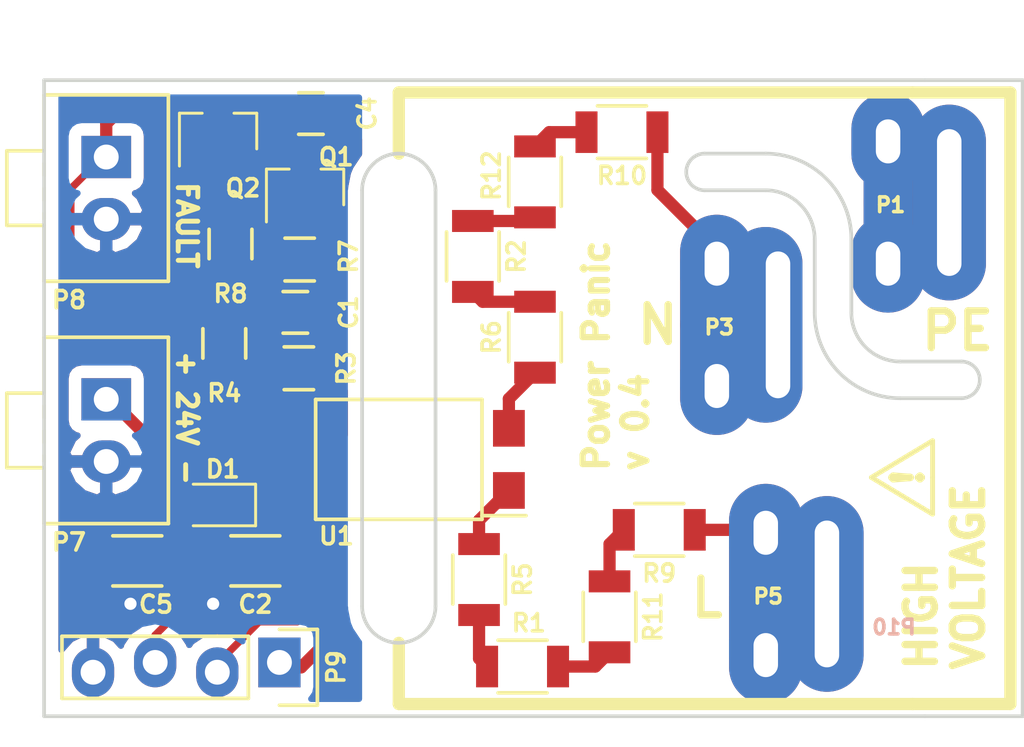
<source format=kicad_pcb>
(kicad_pcb (version 4) (host pcbnew 4.0.7)

  (general
    (links 43)
    (no_connects 2)
    (area -0.075001 -26.075001 40.075001 0.075001)
    (thickness 1.6)
    (drawings 43)
    (tracks 124)
    (zones 0)
    (modules 27)
    (nets 19)
  )

  (page A4)
  (layers
    (0 F.Cu signal)
    (31 B.Cu signal)
    (32 B.Adhes user)
    (33 F.Adhes user)
    (34 B.Paste user)
    (35 F.Paste user)
    (36 B.SilkS user)
    (37 F.SilkS user)
    (38 B.Mask user)
    (39 F.Mask user)
    (40 Dwgs.User user)
    (41 Cmts.User user)
    (42 Eco1.User user)
    (43 Eco2.User user)
    (44 Edge.Cuts user)
    (45 Margin user hide)
    (46 B.CrtYd user)
    (47 F.CrtYd user)
    (48 B.Fab user)
    (49 F.Fab user)
  )

  (setup
    (last_trace_width 0.25)
    (user_trace_width 0.3)
    (user_trace_width 0.5)
    (user_trace_width 1)
    (user_trace_width 1.5)
    (user_trace_width 2)
    (user_trace_width 3)
    (trace_clearance 0.2)
    (zone_clearance 0.508)
    (zone_45_only no)
    (trace_min 0.2)
    (segment_width 0.2)
    (edge_width 0.15)
    (via_size 0.6)
    (via_drill 0.4)
    (via_min_size 0.4)
    (via_min_drill 0.3)
    (user_via 1.2 0.5)
    (uvia_size 0.3)
    (uvia_drill 0.1)
    (uvias_allowed no)
    (uvia_min_size 0.2)
    (uvia_min_drill 0.1)
    (pcb_text_width 0.3)
    (pcb_text_size 1.5 1.5)
    (mod_edge_width 0.15)
    (mod_text_size 1 1)
    (mod_text_width 0.15)
    (pad_size 2.032 1.7272)
    (pad_drill 1.016)
    (pad_to_mask_clearance 0.2)
    (aux_axis_origin 0 0)
    (visible_elements 7FFFFFFF)
    (pcbplotparams
      (layerselection 0x010fc_80000001)
      (usegerberextensions false)
      (excludeedgelayer true)
      (linewidth 0.100000)
      (plotframeref false)
      (viasonmask false)
      (mode 1)
      (useauxorigin false)
      (hpglpennumber 1)
      (hpglpenspeed 20)
      (hpglpendiameter 15)
      (hpglpenoverlay 2)
      (psnegative false)
      (psa4output false)
      (plotreference true)
      (plotvalue true)
      (plotinvisibletext false)
      (padsonsilk false)
      (subtractmaskfromsilk false)
      (outputformat 1)
      (mirror false)
      (drillshape 0)
      (scaleselection 1)
      (outputdirectory ""))
  )

  (net 0 "")
  (net 1 GND)
  (net 2 "Net-(P1-Pad1)")
  (net 3 "Net-(R1-Pad2)")
  (net 4 "Net-(R2-Pad2)")
  (net 5 "Net-(R5-Pad2)")
  (net 6 "Net-(R6-Pad2)")
  (net 7 "Net-(C4-Pad1)")
  (net 8 "Net-(D1-Pad2)")
  (net 9 "Net-(Q1-Pad3)")
  (net 10 /RC)
  (net 11 /+24V)
  (net 12 "Net-(P9-Pad1)")
  (net 13 "Net-(R1-Pad1)")
  (net 14 "Net-(R12-Pad2)")
  (net 15 "Net-(R11-Pad1)")
  (net 16 "Net-(R10-Pad2)")
  (net 17 "Net-(P10-Pad2)")
  (net 18 "Net-(P10-Pad3)")

  (net_class Default "Toto je výchozí třída sítě."
    (clearance 0.2)
    (trace_width 0.25)
    (via_dia 0.6)
    (via_drill 0.4)
    (uvia_dia 0.3)
    (uvia_drill 0.1)
    (add_net /+24V)
    (add_net /RC)
    (add_net GND)
    (add_net "Net-(C4-Pad1)")
    (add_net "Net-(D1-Pad2)")
    (add_net "Net-(P1-Pad1)")
    (add_net "Net-(P10-Pad2)")
    (add_net "Net-(P10-Pad3)")
    (add_net "Net-(P9-Pad1)")
    (add_net "Net-(Q1-Pad3)")
    (add_net "Net-(R1-Pad1)")
    (add_net "Net-(R1-Pad2)")
    (add_net "Net-(R10-Pad2)")
    (add_net "Net-(R11-Pad1)")
    (add_net "Net-(R12-Pad2)")
    (add_net "Net-(R2-Pad2)")
    (add_net "Net-(R5-Pad2)")
    (add_net "Net-(R6-Pad2)")
  )

  (module ok1hra:ac-power-plug-fuse (layer B.Cu) (tedit 5972129A) (tstamp 5972443D)
    (at 30 0 180)
    (path /59721259)
    (fp_text reference P10 (at -4.742 3.638 360) (layer B.SilkS)
      (effects (font (size 0.6 0.6) (thickness 0.15)) (justify mirror))
    )
    (fp_text value AC (at 1.6 0 450) (layer B.Fab)
      (effects (font (size 1 1) (thickness 0.15)) (justify mirror))
    )
    (pad 2 thru_hole oval (at 0 16 180) (size 3 8) (drill oval 1 6 (offset 0.5 0)) (layers *.Cu *.Mask)
      (net 17 "Net-(P10-Pad2)"))
    (pad 1 thru_hole oval (at -7 21 180) (size 3 8) (drill oval 1 6) (layers *.Cu *.Mask)
      (net 2 "Net-(P1-Pad1)"))
    (pad 3 thru_hole oval (at -2 5 180) (size 3 8) (drill oval 1 6) (layers *.Cu *.Mask)
      (net 18 "Net-(P10-Pad3)"))
    (model /home/dan/kicad/hra/lib/ok1hra3d/ac-power-plug.wrl
      (at (xyz 0.18 -0.05 0.82))
      (scale (xyz 0.393701 0.393701 0.393701))
      (rotate (xyz 0 180 0))
    )
  )

  (module Opto-Devices:Optocoupler_SMD_LTV-817S (layer F.Cu) (tedit 594B9387) (tstamp 590B6E5A)
    (at 14.5 -10.5 180)
    (descr "Optoisolator Transistor Output 5000Vrms 1 Channel LTV-817S")
    (tags optocoupler)
    (path /59497A26)
    (attr smd)
    (fp_text reference U1 (at 2.55 -3.134 180) (layer F.SilkS)
      (effects (font (size 0.7 0.7) (thickness 0.15)))
    )
    (fp_text value LTV-354T_ (at 0 3.8 180) (layer F.Fab)
      (effects (font (size 1 1) (thickness 0.15)))
    )
    (fp_line (start -3.4 -2.3) (end -5.2 -2.3) (layer F.SilkS) (width 0.15))
    (fp_line (start -5.4 -2.7) (end -5.4 2.7) (layer F.CrtYd) (width 0.05))
    (fp_line (start 5.4 -2.7) (end -5.4 -2.7) (layer F.CrtYd) (width 0.05))
    (fp_line (start 5.4 2.7) (end 5.4 -2.7) (layer F.CrtYd) (width 0.05))
    (fp_line (start -5.4 2.7) (end 5.4 2.7) (layer F.CrtYd) (width 0.05))
    (fp_line (start 3.4 -2.45) (end 3.4 2.45) (layer F.SilkS) (width 0.15))
    (fp_line (start -3.4 2.45) (end -3.4 -2.45) (layer F.SilkS) (width 0.15))
    (fp_line (start 3.4 2.45) (end -3.4 2.45) (layer F.SilkS) (width 0.15))
    (fp_line (start 3.4 -2.45) (end -3.4 -2.45) (layer F.SilkS) (width 0.15))
    (fp_line (start -3.25 2.3) (end -3.25 -2.3) (layer F.Fab) (width 0.1))
    (fp_line (start 3.25 2.3) (end -3.25 2.3) (layer F.Fab) (width 0.1))
    (fp_line (start 3.25 -2.3) (end 3.25 2.3) (layer F.Fab) (width 0.1))
    (fp_line (start -3.25 -2.3) (end 3.25 -2.3) (layer F.Fab) (width 0.1))
    (pad 4 smd rect (at 4.5 -1.27 180) (size 1.3 1.5) (layers F.Cu F.Paste F.Mask)
      (net 11 /+24V))
    (pad 3 smd rect (at 4.5 1.27 180) (size 1.3 1.5) (layers F.Cu F.Paste F.Mask)
      (net 12 "Net-(P9-Pad1)"))
    (pad 2 smd rect (at -4.5 1.27 180) (size 1.3 1.5) (layers F.Cu F.Paste F.Mask)
      (net 6 "Net-(R6-Pad2)"))
    (pad 1 smd rect (at -4.5 -1.27 180) (size 1.3 1.5) (layers F.Cu F.Paste F.Mask)
      (net 5 "Net-(R5-Pad2)"))
    (model /home/dan/kicad/hra/lib/ok1hra3d/dil4.wrl
      (at (xyz -0.152 0.05 0))
      (scale (xyz 1 1 0.88))
      (rotate (xyz 0 0 0))
    )
  )

  (module Pin_Headers:Pin_Header_Straight_1x04 (layer F.Cu) (tedit 59831189) (tstamp 5953B2C9)
    (at 9.62 -2 270)
    (descr "Through hole pin header")
    (tags "pin header")
    (path /5953E8AD)
    (fp_text reference P9 (at 0 -2.318 270) (layer F.SilkS)
      (effects (font (size 0.7 0.7) (thickness 0.15)))
    )
    (fp_text value measure (at 0 -3.1 270) (layer F.Fab)
      (effects (font (size 1 1) (thickness 0.15)))
    )
    (fp_line (start -1.75 -1.75) (end -1.75 9.4) (layer F.CrtYd) (width 0.05))
    (fp_line (start 1.75 -1.75) (end 1.75 9.4) (layer F.CrtYd) (width 0.05))
    (fp_line (start -1.75 -1.75) (end 1.75 -1.75) (layer F.CrtYd) (width 0.05))
    (fp_line (start -1.75 9.4) (end 1.75 9.4) (layer F.CrtYd) (width 0.05))
    (fp_line (start -1.27 1.27) (end -1.27 8.89) (layer F.SilkS) (width 0.15))
    (fp_line (start 1.27 1.27) (end 1.27 8.89) (layer F.SilkS) (width 0.15))
    (fp_line (start 1.55 -1.55) (end 1.55 0) (layer F.SilkS) (width 0.15))
    (fp_line (start -1.27 8.89) (end 1.27 8.89) (layer F.SilkS) (width 0.15))
    (fp_line (start 1.27 1.27) (end -1.27 1.27) (layer F.SilkS) (width 0.15))
    (fp_line (start -1.55 0) (end -1.55 -1.55) (layer F.SilkS) (width 0.15))
    (fp_line (start -1.55 -1.55) (end 1.55 -1.55) (layer F.SilkS) (width 0.15))
    (pad 1 thru_hole rect (at -0.2 0 270) (size 2.032 1.7272) (drill 1.016) (layers *.Cu *.Mask)
      (net 12 "Net-(P9-Pad1)"))
    (pad 2 thru_hole oval (at 0.2 2.54 270) (size 2.032 1.7272) (drill 1.016) (layers *.Cu *.Mask)
      (net 10 /RC))
    (pad 3 thru_hole oval (at -0.2 5.08 270) (size 2.032 1.7272) (drill 1.016) (layers *.Cu *.Mask)
      (net 7 "Net-(C4-Pad1)"))
    (pad 4 thru_hole oval (at 0.2 7.62 270) (size 2.032 1.7272) (drill 1.016) (layers *.Cu *.Mask)
      (net 1 GND))
  )

  (module ok1hra:Pin_1x02-XL (layer F.Cu) (tedit 594B9D9E) (tstamp 594BA027)
    (at 2.54 -12.954)
    (descr "Through hole pin header")
    (tags "pin header")
    (path /594BB2CA)
    (fp_text reference P7 (at -1.524 5.842) (layer F.SilkS)
      (effects (font (size 0.7 0.7) (thickness 0.15)))
    )
    (fp_text value 24V (at 0 -3.1) (layer F.Fab)
      (effects (font (size 1 1) (thickness 0.15)))
    )
    (fp_line (start -4.318 5.334) (end -4.318 -2.794) (layer F.CrtYd) (width 0.05))
    (fp_line (start 2.794 5.334) (end 2.794 -2.794) (layer F.CrtYd) (width 0.05))
    (fp_line (start -2.54 2.286) (end -2.54 2.54) (layer F.SilkS) (width 0.15))
    (fp_line (start 2.54 -2.54) (end 2.54 5.08) (layer F.SilkS) (width 0.15))
    (fp_line (start -4.064 -0.254) (end -4.064 2.794) (layer F.SilkS) (width 0.15))
    (fp_line (start -2.54 2.794) (end -2.54 5.08) (layer F.SilkS) (width 0.15))
    (fp_line (start -2.54 1.27) (end -2.54 1.778) (layer F.SilkS) (width 0.15))
    (fp_line (start -2.54 0.254) (end -2.54 0.762) (layer F.SilkS) (width 0.15))
    (fp_line (start -2.54 -2.54) (end -2.54 -0.254) (layer F.SilkS) (width 0.15))
    (fp_line (start 2.794 -2.794) (end -4.318 -2.794) (layer F.CrtYd) (width 0.05))
    (fp_line (start -4.318 5.334) (end 2.794 5.334) (layer F.CrtYd) (width 0.05))
    (fp_line (start -2.54 -0.254) (end -4.064 -0.254) (layer F.SilkS) (width 0.15))
    (fp_line (start -4.064 2.794) (end -2.54 2.794) (layer F.SilkS) (width 0.15))
    (fp_line (start 2.54 -2.54) (end -2.54 -2.54) (layer F.SilkS) (width 0.15))
    (fp_line (start -2.54 5.08) (end 2.54 5.08) (layer F.SilkS) (width 0.15))
    (pad 1 thru_hole rect (at 0 0) (size 2.032 1.7272) (drill 1.016) (layers *.Cu *.Mask)
      (net 8 "Net-(D1-Pad2)"))
    (pad 2 thru_hole oval (at 0 2.54) (size 2.032 1.7272) (drill 1.016) (layers *.Cu *.Mask)
      (net 1 GND))
  )

  (module ok1hra:Pin_1x02-XL (layer F.Cu) (tedit 594B9D9E) (tstamp 594BA03B)
    (at 2.54 -22.86)
    (descr "Through hole pin header")
    (tags "pin header")
    (path /59497A1A)
    (fp_text reference P8 (at -1.524 5.842 180) (layer F.SilkS)
      (effects (font (size 0.7 0.7) (thickness 0.15)))
    )
    (fp_text value AC_FAULT (at 0 -3.1) (layer F.Fab)
      (effects (font (size 1 1) (thickness 0.15)))
    )
    (fp_line (start -4.318 5.334) (end -4.318 -2.794) (layer F.CrtYd) (width 0.05))
    (fp_line (start 2.794 5.334) (end 2.794 -2.794) (layer F.CrtYd) (width 0.05))
    (fp_line (start -2.54 2.286) (end -2.54 2.54) (layer F.SilkS) (width 0.15))
    (fp_line (start 2.54 -2.54) (end 2.54 5.08) (layer F.SilkS) (width 0.15))
    (fp_line (start -4.064 -0.254) (end -4.064 2.794) (layer F.SilkS) (width 0.15))
    (fp_line (start -2.54 2.794) (end -2.54 5.08) (layer F.SilkS) (width 0.15))
    (fp_line (start -2.54 1.27) (end -2.54 1.778) (layer F.SilkS) (width 0.15))
    (fp_line (start -2.54 0.254) (end -2.54 0.762) (layer F.SilkS) (width 0.15))
    (fp_line (start -2.54 -2.54) (end -2.54 -0.254) (layer F.SilkS) (width 0.15))
    (fp_line (start 2.794 -2.794) (end -4.318 -2.794) (layer F.CrtYd) (width 0.05))
    (fp_line (start -4.318 5.334) (end 2.794 5.334) (layer F.CrtYd) (width 0.05))
    (fp_line (start -2.54 -0.254) (end -4.064 -0.254) (layer F.SilkS) (width 0.15))
    (fp_line (start -4.064 2.794) (end -2.54 2.794) (layer F.SilkS) (width 0.15))
    (fp_line (start 2.54 -2.54) (end -2.54 -2.54) (layer F.SilkS) (width 0.15))
    (fp_line (start -2.54 5.08) (end 2.54 5.08) (layer F.SilkS) (width 0.15))
    (pad 1 thru_hole rect (at 0 0) (size 2.032 1.7272) (drill 1.016) (layers *.Cu *.Mask)
      (net 7 "Net-(C4-Pad1)"))
    (pad 2 thru_hole oval (at 0 2.54) (size 2.032 1.7272) (drill 1.016) (layers *.Cu *.Mask)
      (net 1 GND))
  )

  (module Resistors_SMD:R_0805 (layer F.Cu) (tedit 594B93A3) (tstamp 590B6E46)
    (at 10.414 -14.224)
    (descr "Resistor SMD 0805, reflow soldering, Vishay (see dcrcw.pdf)")
    (tags "resistor 0805")
    (path /59497A39)
    (attr smd)
    (fp_text reference R3 (at 1.938 0 90) (layer F.SilkS)
      (effects (font (size 0.7 0.7) (thickness 0.15)))
    )
    (fp_text value 10k (at 0 2.1) (layer F.Fab)
      (effects (font (size 1 1) (thickness 0.15)))
    )
    (fp_line (start -1 0.625) (end -1 -0.625) (layer F.Fab) (width 0.1))
    (fp_line (start 1 0.625) (end -1 0.625) (layer F.Fab) (width 0.1))
    (fp_line (start 1 -0.625) (end 1 0.625) (layer F.Fab) (width 0.1))
    (fp_line (start -1 -0.625) (end 1 -0.625) (layer F.Fab) (width 0.1))
    (fp_line (start -1.6 -1) (end 1.6 -1) (layer F.CrtYd) (width 0.05))
    (fp_line (start -1.6 1) (end 1.6 1) (layer F.CrtYd) (width 0.05))
    (fp_line (start -1.6 -1) (end -1.6 1) (layer F.CrtYd) (width 0.05))
    (fp_line (start 1.6 -1) (end 1.6 1) (layer F.CrtYd) (width 0.05))
    (fp_line (start 0.6 0.875) (end -0.6 0.875) (layer F.SilkS) (width 0.15))
    (fp_line (start -0.6 -0.875) (end 0.6 -0.875) (layer F.SilkS) (width 0.15))
    (pad 1 smd rect (at -0.95 0) (size 0.7 1.3) (layers F.Cu F.Paste F.Mask)
      (net 12 "Net-(P9-Pad1)"))
    (pad 2 smd rect (at 0.95 0) (size 0.7 1.3) (layers F.Cu F.Paste F.Mask)
      (net 1 GND))
    (model Resistors_SMD.3dshapes/R_0805.wrl
      (at (xyz 0 0 0))
      (scale (xyz 1 1 1))
      (rotate (xyz 0 0 0))
    )
  )

  (module Resistors_SMD:R_0805 (layer F.Cu) (tedit 594B9EB7) (tstamp 590B6E4C)
    (at 7.366 -15.24 270)
    (descr "Resistor SMD 0805, reflow soldering, Vishay (see dcrcw.pdf)")
    (tags "resistor 0805")
    (path /590B0C6E)
    (attr smd)
    (fp_text reference R4 (at 2.032 0 360) (layer F.SilkS)
      (effects (font (size 0.7 0.7) (thickness 0.15)))
    )
    (fp_text value 33k (at 0 2.1 270) (layer F.Fab)
      (effects (font (size 1 1) (thickness 0.15)))
    )
    (fp_line (start -1 0.625) (end -1 -0.625) (layer F.Fab) (width 0.1))
    (fp_line (start 1 0.625) (end -1 0.625) (layer F.Fab) (width 0.1))
    (fp_line (start 1 -0.625) (end 1 0.625) (layer F.Fab) (width 0.1))
    (fp_line (start -1 -0.625) (end 1 -0.625) (layer F.Fab) (width 0.1))
    (fp_line (start -1.6 -1) (end 1.6 -1) (layer F.CrtYd) (width 0.05))
    (fp_line (start -1.6 1) (end 1.6 1) (layer F.CrtYd) (width 0.05))
    (fp_line (start -1.6 -1) (end -1.6 1) (layer F.CrtYd) (width 0.05))
    (fp_line (start 1.6 -1) (end 1.6 1) (layer F.CrtYd) (width 0.05))
    (fp_line (start 0.6 0.875) (end -0.6 0.875) (layer F.SilkS) (width 0.15))
    (fp_line (start -0.6 -0.875) (end 0.6 -0.875) (layer F.SilkS) (width 0.15))
    (pad 1 smd rect (at -0.95 0 270) (size 0.7 1.3) (layers F.Cu F.Paste F.Mask)
      (net 10 /RC))
    (pad 2 smd rect (at 0.95 0 270) (size 0.7 1.3) (layers F.Cu F.Paste F.Mask)
      (net 12 "Net-(P9-Pad1)"))
    (model Resistors_SMD.3dshapes/R_0805.wrl
      (at (xyz 0 0 0))
      (scale (xyz 1 1 1))
      (rotate (xyz 0 0 0))
    )
  )

  (module Capacitors_SMD:C_0805 (layer F.Cu) (tedit 594B93B2) (tstamp 594B8046)
    (at 10.27 -16.51)
    (descr "Capacitor SMD 0805, reflow soldering, AVX (see smccp.pdf)")
    (tags "capacitor 0805")
    (path /594B9FA9)
    (attr smd)
    (fp_text reference C1 (at 2.176 0 90) (layer F.SilkS)
      (effects (font (size 0.7 0.7) (thickness 0.15)))
    )
    (fp_text value 330n (at 0 2.1) (layer F.Fab)
      (effects (font (size 1 1) (thickness 0.15)))
    )
    (fp_line (start -1 0.625) (end -1 -0.625) (layer F.Fab) (width 0.15))
    (fp_line (start 1 0.625) (end -1 0.625) (layer F.Fab) (width 0.15))
    (fp_line (start 1 -0.625) (end 1 0.625) (layer F.Fab) (width 0.15))
    (fp_line (start -1 -0.625) (end 1 -0.625) (layer F.Fab) (width 0.15))
    (fp_line (start -1.8 -1) (end 1.8 -1) (layer F.CrtYd) (width 0.05))
    (fp_line (start -1.8 1) (end 1.8 1) (layer F.CrtYd) (width 0.05))
    (fp_line (start -1.8 -1) (end -1.8 1) (layer F.CrtYd) (width 0.05))
    (fp_line (start 1.8 -1) (end 1.8 1) (layer F.CrtYd) (width 0.05))
    (fp_line (start 0.5 -0.85) (end -0.5 -0.85) (layer F.SilkS) (width 0.15))
    (fp_line (start -0.5 0.85) (end 0.5 0.85) (layer F.SilkS) (width 0.15))
    (pad 1 smd rect (at -1 0) (size 1 1.25) (layers F.Cu F.Paste F.Mask)
      (net 10 /RC))
    (pad 2 smd rect (at 1 0) (size 1 1.25) (layers F.Cu F.Paste F.Mask)
      (net 1 GND))
    (model Capacitors_SMD.3dshapes/C_0805.wrl
      (at (xyz 0 0 0))
      (scale (xyz 1 1 1))
      (rotate (xyz 0 0 0))
    )
  )

  (module Capacitors_SMD:C_0805 (layer F.Cu) (tedit 594BA06E) (tstamp 594B8052)
    (at 10.906 -24.638)
    (descr "Capacitor SMD 0805, reflow soldering, AVX (see smccp.pdf)")
    (tags "capacitor 0805")
    (path /594B9E2D)
    (attr smd)
    (fp_text reference C4 (at 2.302 0 90) (layer F.SilkS)
      (effects (font (size 0.7 0.7) (thickness 0.15)))
    )
    (fp_text value 100n (at 0 2.1) (layer F.Fab)
      (effects (font (size 1 1) (thickness 0.15)))
    )
    (fp_line (start -1 0.625) (end -1 -0.625) (layer F.Fab) (width 0.15))
    (fp_line (start 1 0.625) (end -1 0.625) (layer F.Fab) (width 0.15))
    (fp_line (start 1 -0.625) (end 1 0.625) (layer F.Fab) (width 0.15))
    (fp_line (start -1 -0.625) (end 1 -0.625) (layer F.Fab) (width 0.15))
    (fp_line (start -1.8 -1) (end 1.8 -1) (layer F.CrtYd) (width 0.05))
    (fp_line (start -1.8 1) (end 1.8 1) (layer F.CrtYd) (width 0.05))
    (fp_line (start -1.8 -1) (end -1.8 1) (layer F.CrtYd) (width 0.05))
    (fp_line (start 1.8 -1) (end 1.8 1) (layer F.CrtYd) (width 0.05))
    (fp_line (start 0.5 -0.85) (end -0.5 -0.85) (layer F.SilkS) (width 0.15))
    (fp_line (start -0.5 0.85) (end 0.5 0.85) (layer F.SilkS) (width 0.15))
    (pad 1 smd rect (at -1 0) (size 1 1.25) (layers F.Cu F.Paste F.Mask)
      (net 7 "Net-(C4-Pad1)"))
    (pad 2 smd rect (at 1 0) (size 1 1.25) (layers F.Cu F.Paste F.Mask)
      (net 1 GND))
    (model Capacitors_SMD.3dshapes/C_0805.wrl
      (at (xyz 0 0 0))
      (scale (xyz 1 1 1))
      (rotate (xyz 0 0 0))
    )
  )

  (module TO_SOT_Packages_SMD:SOT-23 (layer F.Cu) (tedit 594B9F20) (tstamp 594B8063)
    (at 10.668 -21.606 90)
    (descr "SOT-23, Standard")
    (tags SOT-23)
    (path /594AA10F)
    (attr smd)
    (fp_text reference Q1 (at 1.254 1.27 180) (layer F.SilkS)
      (effects (font (size 0.7 0.7) (thickness 0.15)))
    )
    (fp_text value MMBF170LT1G (at 0 2.5 90) (layer F.Fab)
      (effects (font (size 1 1) (thickness 0.15)))
    )
    (fp_line (start 0.76 1.58) (end 0.76 0.65) (layer F.SilkS) (width 0.12))
    (fp_line (start 0.76 -1.58) (end 0.76 -0.65) (layer F.SilkS) (width 0.12))
    (fp_line (start 0.7 -1.52) (end 0.7 1.52) (layer F.Fab) (width 0.15))
    (fp_line (start -0.7 1.52) (end 0.7 1.52) (layer F.Fab) (width 0.15))
    (fp_line (start -1.7 -1.75) (end 1.7 -1.75) (layer F.CrtYd) (width 0.05))
    (fp_line (start 1.7 -1.75) (end 1.7 1.75) (layer F.CrtYd) (width 0.05))
    (fp_line (start 1.7 1.75) (end -1.7 1.75) (layer F.CrtYd) (width 0.05))
    (fp_line (start -1.7 1.75) (end -1.7 -1.75) (layer F.CrtYd) (width 0.05))
    (fp_line (start 0.76 -1.58) (end -1.4 -1.58) (layer F.SilkS) (width 0.12))
    (fp_line (start -0.7 -1.52) (end 0.7 -1.52) (layer F.Fab) (width 0.15))
    (fp_line (start -0.7 -1.52) (end -0.7 1.52) (layer F.Fab) (width 0.15))
    (fp_line (start 0.76 1.58) (end -0.7 1.58) (layer F.SilkS) (width 0.12))
    (pad 1 smd rect (at -1 -0.95 90) (size 0.9 0.8) (layers F.Cu F.Paste F.Mask)
      (net 10 /RC))
    (pad 2 smd rect (at -1 0.95 90) (size 0.9 0.8) (layers F.Cu F.Paste F.Mask)
      (net 1 GND))
    (pad 3 smd rect (at 1 0 90) (size 0.9 0.8) (layers F.Cu F.Paste F.Mask)
      (net 9 "Net-(Q1-Pad3)"))
    (model TO_SOT_Packages_SMD.3dshapes/SOT-23.wrl
      (at (xyz 0 0 0))
      (scale (xyz 1 1 1))
      (rotate (xyz 0 0 90))
    )
  )

  (module TO_SOT_Packages_SMD:SOT-23 (layer F.Cu) (tedit 594BA07A) (tstamp 594B806A)
    (at 7.112 -23.892 90)
    (descr "SOT-23, Standard")
    (tags SOT-23)
    (path /59498184)
    (attr smd)
    (fp_text reference Q2 (at -2.302 1.016 180) (layer F.SilkS)
      (effects (font (size 0.7 0.7) (thickness 0.15)))
    )
    (fp_text value MMBF170LT1G (at 0 2.5 90) (layer F.Fab)
      (effects (font (size 1 1) (thickness 0.15)))
    )
    (fp_line (start 0.76 1.58) (end 0.76 0.65) (layer F.SilkS) (width 0.12))
    (fp_line (start 0.76 -1.58) (end 0.76 -0.65) (layer F.SilkS) (width 0.12))
    (fp_line (start 0.7 -1.52) (end 0.7 1.52) (layer F.Fab) (width 0.15))
    (fp_line (start -0.7 1.52) (end 0.7 1.52) (layer F.Fab) (width 0.15))
    (fp_line (start -1.7 -1.75) (end 1.7 -1.75) (layer F.CrtYd) (width 0.05))
    (fp_line (start 1.7 -1.75) (end 1.7 1.75) (layer F.CrtYd) (width 0.05))
    (fp_line (start 1.7 1.75) (end -1.7 1.75) (layer F.CrtYd) (width 0.05))
    (fp_line (start -1.7 1.75) (end -1.7 -1.75) (layer F.CrtYd) (width 0.05))
    (fp_line (start 0.76 -1.58) (end -1.4 -1.58) (layer F.SilkS) (width 0.12))
    (fp_line (start -0.7 -1.52) (end 0.7 -1.52) (layer F.Fab) (width 0.15))
    (fp_line (start -0.7 -1.52) (end -0.7 1.52) (layer F.Fab) (width 0.15))
    (fp_line (start 0.76 1.58) (end -0.7 1.58) (layer F.SilkS) (width 0.12))
    (pad 1 smd rect (at -1 -0.95 90) (size 0.9 0.8) (layers F.Cu F.Paste F.Mask)
      (net 9 "Net-(Q1-Pad3)"))
    (pad 2 smd rect (at -1 0.95 90) (size 0.9 0.8) (layers F.Cu F.Paste F.Mask)
      (net 1 GND))
    (pad 3 smd rect (at 1 0 90) (size 0.9 0.8) (layers F.Cu F.Paste F.Mask)
      (net 7 "Net-(C4-Pad1)"))
    (model TO_SOT_Packages_SMD.3dshapes/SOT-23.wrl
      (at (xyz 0 0 0))
      (scale (xyz 1 1 1))
      (rotate (xyz 0 0 90))
    )
  )

  (module Resistors_SMD:R_0805 (layer F.Cu) (tedit 594B93CB) (tstamp 594B8070)
    (at 10.447 -18.669)
    (descr "Resistor SMD 0805, reflow soldering, Vishay (see dcrcw.pdf)")
    (tags "resistor 0805")
    (path /59499B0D)
    (attr smd)
    (fp_text reference R7 (at 1.999 -0.127 90) (layer F.SilkS)
      (effects (font (size 0.7 0.7) (thickness 0.15)))
    )
    (fp_text value 100k (at 0 2.1) (layer F.Fab)
      (effects (font (size 1 1) (thickness 0.15)))
    )
    (fp_line (start -1 0.625) (end -1 -0.625) (layer F.Fab) (width 0.1))
    (fp_line (start 1 0.625) (end -1 0.625) (layer F.Fab) (width 0.1))
    (fp_line (start 1 -0.625) (end 1 0.625) (layer F.Fab) (width 0.1))
    (fp_line (start -1 -0.625) (end 1 -0.625) (layer F.Fab) (width 0.1))
    (fp_line (start -1.6 -1) (end 1.6 -1) (layer F.CrtYd) (width 0.05))
    (fp_line (start -1.6 1) (end 1.6 1) (layer F.CrtYd) (width 0.05))
    (fp_line (start -1.6 -1) (end -1.6 1) (layer F.CrtYd) (width 0.05))
    (fp_line (start 1.6 -1) (end 1.6 1) (layer F.CrtYd) (width 0.05))
    (fp_line (start 0.6 0.875) (end -0.6 0.875) (layer F.SilkS) (width 0.15))
    (fp_line (start -0.6 -0.875) (end 0.6 -0.875) (layer F.SilkS) (width 0.15))
    (pad 1 smd rect (at -0.95 0) (size 0.7 1.3) (layers F.Cu F.Paste F.Mask)
      (net 10 /RC))
    (pad 2 smd rect (at 0.95 0) (size 0.7 1.3) (layers F.Cu F.Paste F.Mask)
      (net 1 GND))
    (model Resistors_SMD.3dshapes/R_0805.wrl
      (at (xyz 0 0 0))
      (scale (xyz 1 1 1))
      (rotate (xyz 0 0 0))
    )
  )

  (module Resistors_SMD:R_0805 (layer F.Cu) (tedit 594B9ED2) (tstamp 594B8076)
    (at 7.62 -19.304 270)
    (descr "Resistor SMD 0805, reflow soldering, Vishay (see dcrcw.pdf)")
    (tags "resistor 0805")
    (path /594AA1FD)
    (attr smd)
    (fp_text reference R8 (at 2.032 0 360) (layer F.SilkS)
      (effects (font (size 0.7 0.7) (thickness 0.15)))
    )
    (fp_text value 10k (at 0 2.1 270) (layer F.Fab)
      (effects (font (size 1 1) (thickness 0.15)))
    )
    (fp_line (start -1 0.625) (end -1 -0.625) (layer F.Fab) (width 0.1))
    (fp_line (start 1 0.625) (end -1 0.625) (layer F.Fab) (width 0.1))
    (fp_line (start 1 -0.625) (end 1 0.625) (layer F.Fab) (width 0.1))
    (fp_line (start -1 -0.625) (end 1 -0.625) (layer F.Fab) (width 0.1))
    (fp_line (start -1.6 -1) (end 1.6 -1) (layer F.CrtYd) (width 0.05))
    (fp_line (start -1.6 1) (end 1.6 1) (layer F.CrtYd) (width 0.05))
    (fp_line (start -1.6 -1) (end -1.6 1) (layer F.CrtYd) (width 0.05))
    (fp_line (start 1.6 -1) (end 1.6 1) (layer F.CrtYd) (width 0.05))
    (fp_line (start 0.6 0.875) (end -0.6 0.875) (layer F.SilkS) (width 0.15))
    (fp_line (start -0.6 -0.875) (end 0.6 -0.875) (layer F.SilkS) (width 0.15))
    (pad 1 smd rect (at -0.95 0 270) (size 0.7 1.3) (layers F.Cu F.Paste F.Mask)
      (net 9 "Net-(Q1-Pad3)"))
    (pad 2 smd rect (at 0.95 0 270) (size 0.7 1.3) (layers F.Cu F.Paste F.Mask)
      (net 11 /+24V))
    (model Resistors_SMD.3dshapes/R_0805.wrl
      (at (xyz 0 0 0))
      (scale (xyz 1 1 1))
      (rotate (xyz 0 0 0))
    )
  )

  (module Resistors_SMD:R_1206 (layer F.Cu) (tedit 594BCA21) (tstamp 594BC903)
    (at 19.558 -2.032 180)
    (descr "Resistor SMD 1206, reflow soldering, Vishay (see dcrcw.pdf)")
    (tags "resistor 1206")
    (path /590AE665)
    (attr smd)
    (fp_text reference R1 (at -0.254 1.778 180) (layer F.SilkS)
      (effects (font (size 0.7 0.7) (thickness 0.15)))
    )
    (fp_text value 11k (at 0 2.3 180) (layer F.Fab)
      (effects (font (size 1 1) (thickness 0.15)))
    )
    (fp_line (start -1.6 0.8) (end -1.6 -0.8) (layer F.Fab) (width 0.1))
    (fp_line (start 1.6 0.8) (end -1.6 0.8) (layer F.Fab) (width 0.1))
    (fp_line (start 1.6 -0.8) (end 1.6 0.8) (layer F.Fab) (width 0.1))
    (fp_line (start -1.6 -0.8) (end 1.6 -0.8) (layer F.Fab) (width 0.1))
    (fp_line (start -2.2 -1.2) (end 2.2 -1.2) (layer F.CrtYd) (width 0.05))
    (fp_line (start -2.2 1.2) (end 2.2 1.2) (layer F.CrtYd) (width 0.05))
    (fp_line (start -2.2 -1.2) (end -2.2 1.2) (layer F.CrtYd) (width 0.05))
    (fp_line (start 2.2 -1.2) (end 2.2 1.2) (layer F.CrtYd) (width 0.05))
    (fp_line (start 1 1.075) (end -1 1.075) (layer F.SilkS) (width 0.15))
    (fp_line (start -1 -1.075) (end 1 -1.075) (layer F.SilkS) (width 0.15))
    (pad 1 smd rect (at -1.45 0 180) (size 0.9 1.7) (layers F.Cu F.Paste F.Mask)
      (net 13 "Net-(R1-Pad1)"))
    (pad 2 smd rect (at 1.45 0 180) (size 0.9 1.7) (layers F.Cu F.Paste F.Mask)
      (net 3 "Net-(R1-Pad2)"))
    (model Resistors_SMD.3dshapes/R_1206.wrl
      (at (xyz 0 0 0))
      (scale (xyz 1 1 1))
      (rotate (xyz 0 0 0))
    )
  )

  (module Resistors_SMD:R_1206 (layer F.Cu) (tedit 594BCA43) (tstamp 594BC908)
    (at 17.526 -18.796 270)
    (descr "Resistor SMD 1206, reflow soldering, Vishay (see dcrcw.pdf)")
    (tags "resistor 1206")
    (path /591BFFD2)
    (attr smd)
    (fp_text reference R2 (at 0 -1.778 270) (layer F.SilkS)
      (effects (font (size 0.7 0.7) (thickness 0.15)))
    )
    (fp_text value 11k (at 0 2.3 270) (layer F.Fab)
      (effects (font (size 1 1) (thickness 0.15)))
    )
    (fp_line (start -1.6 0.8) (end -1.6 -0.8) (layer F.Fab) (width 0.1))
    (fp_line (start 1.6 0.8) (end -1.6 0.8) (layer F.Fab) (width 0.1))
    (fp_line (start 1.6 -0.8) (end 1.6 0.8) (layer F.Fab) (width 0.1))
    (fp_line (start -1.6 -0.8) (end 1.6 -0.8) (layer F.Fab) (width 0.1))
    (fp_line (start -2.2 -1.2) (end 2.2 -1.2) (layer F.CrtYd) (width 0.05))
    (fp_line (start -2.2 1.2) (end 2.2 1.2) (layer F.CrtYd) (width 0.05))
    (fp_line (start -2.2 -1.2) (end -2.2 1.2) (layer F.CrtYd) (width 0.05))
    (fp_line (start 2.2 -1.2) (end 2.2 1.2) (layer F.CrtYd) (width 0.05))
    (fp_line (start 1 1.075) (end -1 1.075) (layer F.SilkS) (width 0.15))
    (fp_line (start -1 -1.075) (end 1 -1.075) (layer F.SilkS) (width 0.15))
    (pad 1 smd rect (at -1.45 0 270) (size 0.9 1.7) (layers F.Cu F.Paste F.Mask)
      (net 14 "Net-(R12-Pad2)"))
    (pad 2 smd rect (at 1.45 0 270) (size 0.9 1.7) (layers F.Cu F.Paste F.Mask)
      (net 4 "Net-(R2-Pad2)"))
    (model Resistors_SMD.3dshapes/R_1206.wrl
      (at (xyz 0 0 0))
      (scale (xyz 1 1 1))
      (rotate (xyz 0 0 0))
    )
  )

  (module Resistors_SMD:R_1206 (layer F.Cu) (tedit 594BCA1C) (tstamp 594BC90D)
    (at 17.78 -5.588 90)
    (descr "Resistor SMD 1206, reflow soldering, Vishay (see dcrcw.pdf)")
    (tags "resistor 1206")
    (path /591BFF66)
    (attr smd)
    (fp_text reference R5 (at 0 1.778 90) (layer F.SilkS)
      (effects (font (size 0.7 0.7) (thickness 0.15)))
    )
    (fp_text value 11k (at 0 2.3 90) (layer F.Fab)
      (effects (font (size 1 1) (thickness 0.15)))
    )
    (fp_line (start -1.6 0.8) (end -1.6 -0.8) (layer F.Fab) (width 0.1))
    (fp_line (start 1.6 0.8) (end -1.6 0.8) (layer F.Fab) (width 0.1))
    (fp_line (start 1.6 -0.8) (end 1.6 0.8) (layer F.Fab) (width 0.1))
    (fp_line (start -1.6 -0.8) (end 1.6 -0.8) (layer F.Fab) (width 0.1))
    (fp_line (start -2.2 -1.2) (end 2.2 -1.2) (layer F.CrtYd) (width 0.05))
    (fp_line (start -2.2 1.2) (end 2.2 1.2) (layer F.CrtYd) (width 0.05))
    (fp_line (start -2.2 -1.2) (end -2.2 1.2) (layer F.CrtYd) (width 0.05))
    (fp_line (start 2.2 -1.2) (end 2.2 1.2) (layer F.CrtYd) (width 0.05))
    (fp_line (start 1 1.075) (end -1 1.075) (layer F.SilkS) (width 0.15))
    (fp_line (start -1 -1.075) (end 1 -1.075) (layer F.SilkS) (width 0.15))
    (pad 1 smd rect (at -1.45 0 90) (size 0.9 1.7) (layers F.Cu F.Paste F.Mask)
      (net 3 "Net-(R1-Pad2)"))
    (pad 2 smd rect (at 1.45 0 90) (size 0.9 1.7) (layers F.Cu F.Paste F.Mask)
      (net 5 "Net-(R5-Pad2)"))
    (model Resistors_SMD.3dshapes/R_1206.wrl
      (at (xyz 0 0 0))
      (scale (xyz 1 1 1))
      (rotate (xyz 0 0 0))
    )
  )

  (module Resistors_SMD:R_1206 (layer F.Cu) (tedit 594BCA35) (tstamp 594BC912)
    (at 20.066 -15.494 270)
    (descr "Resistor SMD 1206, reflow soldering, Vishay (see dcrcw.pdf)")
    (tags "resistor 1206")
    (path /591C0051)
    (attr smd)
    (fp_text reference R6 (at 0 1.778 270) (layer F.SilkS)
      (effects (font (size 0.7 0.7) (thickness 0.15)))
    )
    (fp_text value 11k (at 0 2.3 270) (layer F.Fab)
      (effects (font (size 1 1) (thickness 0.15)))
    )
    (fp_line (start -1.6 0.8) (end -1.6 -0.8) (layer F.Fab) (width 0.1))
    (fp_line (start 1.6 0.8) (end -1.6 0.8) (layer F.Fab) (width 0.1))
    (fp_line (start 1.6 -0.8) (end 1.6 0.8) (layer F.Fab) (width 0.1))
    (fp_line (start -1.6 -0.8) (end 1.6 -0.8) (layer F.Fab) (width 0.1))
    (fp_line (start -2.2 -1.2) (end 2.2 -1.2) (layer F.CrtYd) (width 0.05))
    (fp_line (start -2.2 1.2) (end 2.2 1.2) (layer F.CrtYd) (width 0.05))
    (fp_line (start -2.2 -1.2) (end -2.2 1.2) (layer F.CrtYd) (width 0.05))
    (fp_line (start 2.2 -1.2) (end 2.2 1.2) (layer F.CrtYd) (width 0.05))
    (fp_line (start 1 1.075) (end -1 1.075) (layer F.SilkS) (width 0.15))
    (fp_line (start -1 -1.075) (end 1 -1.075) (layer F.SilkS) (width 0.15))
    (pad 1 smd rect (at -1.45 0 270) (size 0.9 1.7) (layers F.Cu F.Paste F.Mask)
      (net 4 "Net-(R2-Pad2)"))
    (pad 2 smd rect (at 1.45 0 270) (size 0.9 1.7) (layers F.Cu F.Paste F.Mask)
      (net 6 "Net-(R6-Pad2)"))
    (model Resistors_SMD.3dshapes/R_1206.wrl
      (at (xyz 0 0 0))
      (scale (xyz 1 1 1))
      (rotate (xyz 0 0 0))
    )
  )

  (module Resistors_SMD:R_1206 (layer F.Cu) (tedit 595A03DE) (tstamp 5953B2D5)
    (at 25.146 -7.62 180)
    (descr "Resistor SMD 1206, reflow soldering, Vishay (see dcrcw.pdf)")
    (tags "resistor 1206")
    (path /5953DD4F)
    (attr smd)
    (fp_text reference R9 (at 0 -1.778 180) (layer F.SilkS)
      (effects (font (size 0.7 0.7) (thickness 0.15)))
    )
    (fp_text value 11k (at 0 2.3 180) (layer F.Fab)
      (effects (font (size 1 1) (thickness 0.15)))
    )
    (fp_line (start -1.6 0.8) (end -1.6 -0.8) (layer F.Fab) (width 0.1))
    (fp_line (start 1.6 0.8) (end -1.6 0.8) (layer F.Fab) (width 0.1))
    (fp_line (start 1.6 -0.8) (end 1.6 0.8) (layer F.Fab) (width 0.1))
    (fp_line (start -1.6 -0.8) (end 1.6 -0.8) (layer F.Fab) (width 0.1))
    (fp_line (start -2.2 -1.2) (end 2.2 -1.2) (layer F.CrtYd) (width 0.05))
    (fp_line (start -2.2 1.2) (end 2.2 1.2) (layer F.CrtYd) (width 0.05))
    (fp_line (start -2.2 -1.2) (end -2.2 1.2) (layer F.CrtYd) (width 0.05))
    (fp_line (start 2.2 -1.2) (end 2.2 1.2) (layer F.CrtYd) (width 0.05))
    (fp_line (start 1 1.075) (end -1 1.075) (layer F.SilkS) (width 0.15))
    (fp_line (start -1 -1.075) (end 1 -1.075) (layer F.SilkS) (width 0.15))
    (pad 1 smd rect (at -1.45 0 180) (size 0.9 1.7) (layers F.Cu F.Paste F.Mask)
      (net 18 "Net-(P10-Pad3)"))
    (pad 2 smd rect (at 1.45 0 180) (size 0.9 1.7) (layers F.Cu F.Paste F.Mask)
      (net 15 "Net-(R11-Pad1)"))
    (model Resistors_SMD.3dshapes/R_1206.wrl
      (at (xyz 0 0 0))
      (scale (xyz 1 1 1))
      (rotate (xyz 0 0 0))
    )
  )

  (module Resistors_SMD:R_1206 (layer F.Cu) (tedit 595A0594) (tstamp 5953B2DB)
    (at 23.622 -23.876 180)
    (descr "Resistor SMD 1206, reflow soldering, Vishay (see dcrcw.pdf)")
    (tags "resistor 1206")
    (path /5953DD5B)
    (attr smd)
    (fp_text reference R10 (at 0 -1.778 180) (layer F.SilkS)
      (effects (font (size 0.7 0.7) (thickness 0.15)))
    )
    (fp_text value 11k (at 0 2.3 180) (layer F.Fab)
      (effects (font (size 1 1) (thickness 0.15)))
    )
    (fp_line (start -1.6 0.8) (end -1.6 -0.8) (layer F.Fab) (width 0.1))
    (fp_line (start 1.6 0.8) (end -1.6 0.8) (layer F.Fab) (width 0.1))
    (fp_line (start 1.6 -0.8) (end 1.6 0.8) (layer F.Fab) (width 0.1))
    (fp_line (start -1.6 -0.8) (end 1.6 -0.8) (layer F.Fab) (width 0.1))
    (fp_line (start -2.2 -1.2) (end 2.2 -1.2) (layer F.CrtYd) (width 0.05))
    (fp_line (start -2.2 1.2) (end 2.2 1.2) (layer F.CrtYd) (width 0.05))
    (fp_line (start -2.2 -1.2) (end -2.2 1.2) (layer F.CrtYd) (width 0.05))
    (fp_line (start 2.2 -1.2) (end 2.2 1.2) (layer F.CrtYd) (width 0.05))
    (fp_line (start 1 1.075) (end -1 1.075) (layer F.SilkS) (width 0.15))
    (fp_line (start -1 -1.075) (end 1 -1.075) (layer F.SilkS) (width 0.15))
    (pad 1 smd rect (at -1.45 0 180) (size 0.9 1.7) (layers F.Cu F.Paste F.Mask)
      (net 17 "Net-(P10-Pad2)"))
    (pad 2 smd rect (at 1.45 0 180) (size 0.9 1.7) (layers F.Cu F.Paste F.Mask)
      (net 16 "Net-(R10-Pad2)"))
    (model Resistors_SMD.3dshapes/R_1206.wrl
      (at (xyz 0 0 0))
      (scale (xyz 1 1 1))
      (rotate (xyz 0 0 0))
    )
  )

  (module Resistors_SMD:R_1206 (layer F.Cu) (tedit 595A03D8) (tstamp 5953B2E1)
    (at 23.114 -4.064 270)
    (descr "Resistor SMD 1206, reflow soldering, Vishay (see dcrcw.pdf)")
    (tags "resistor 1206")
    (path /5953DD55)
    (attr smd)
    (fp_text reference R11 (at 0 -1.778 270) (layer F.SilkS)
      (effects (font (size 0.7 0.7) (thickness 0.15)))
    )
    (fp_text value 11k (at 0 2.3 270) (layer F.Fab)
      (effects (font (size 1 1) (thickness 0.15)))
    )
    (fp_line (start -1.6 0.8) (end -1.6 -0.8) (layer F.Fab) (width 0.1))
    (fp_line (start 1.6 0.8) (end -1.6 0.8) (layer F.Fab) (width 0.1))
    (fp_line (start 1.6 -0.8) (end 1.6 0.8) (layer F.Fab) (width 0.1))
    (fp_line (start -1.6 -0.8) (end 1.6 -0.8) (layer F.Fab) (width 0.1))
    (fp_line (start -2.2 -1.2) (end 2.2 -1.2) (layer F.CrtYd) (width 0.05))
    (fp_line (start -2.2 1.2) (end 2.2 1.2) (layer F.CrtYd) (width 0.05))
    (fp_line (start -2.2 -1.2) (end -2.2 1.2) (layer F.CrtYd) (width 0.05))
    (fp_line (start 2.2 -1.2) (end 2.2 1.2) (layer F.CrtYd) (width 0.05))
    (fp_line (start 1 1.075) (end -1 1.075) (layer F.SilkS) (width 0.15))
    (fp_line (start -1 -1.075) (end 1 -1.075) (layer F.SilkS) (width 0.15))
    (pad 1 smd rect (at -1.45 0 270) (size 0.9 1.7) (layers F.Cu F.Paste F.Mask)
      (net 15 "Net-(R11-Pad1)"))
    (pad 2 smd rect (at 1.45 0 270) (size 0.9 1.7) (layers F.Cu F.Paste F.Mask)
      (net 13 "Net-(R1-Pad1)"))
    (model Resistors_SMD.3dshapes/R_1206.wrl
      (at (xyz 0 0 0))
      (scale (xyz 1 1 1))
      (rotate (xyz 0 0 0))
    )
  )

  (module Resistors_SMD:R_1206 (layer F.Cu) (tedit 595A0599) (tstamp 5953B2E7)
    (at 20.066 -21.844 270)
    (descr "Resistor SMD 1206, reflow soldering, Vishay (see dcrcw.pdf)")
    (tags "resistor 1206")
    (path /5953DD61)
    (attr smd)
    (fp_text reference R12 (at -0.254 1.778 270) (layer F.SilkS)
      (effects (font (size 0.7 0.7) (thickness 0.15)))
    )
    (fp_text value 11k (at 0 2.3 270) (layer F.Fab)
      (effects (font (size 1 1) (thickness 0.15)))
    )
    (fp_line (start -1.6 0.8) (end -1.6 -0.8) (layer F.Fab) (width 0.1))
    (fp_line (start 1.6 0.8) (end -1.6 0.8) (layer F.Fab) (width 0.1))
    (fp_line (start 1.6 -0.8) (end 1.6 0.8) (layer F.Fab) (width 0.1))
    (fp_line (start -1.6 -0.8) (end 1.6 -0.8) (layer F.Fab) (width 0.1))
    (fp_line (start -2.2 -1.2) (end 2.2 -1.2) (layer F.CrtYd) (width 0.05))
    (fp_line (start -2.2 1.2) (end 2.2 1.2) (layer F.CrtYd) (width 0.05))
    (fp_line (start -2.2 -1.2) (end -2.2 1.2) (layer F.CrtYd) (width 0.05))
    (fp_line (start 2.2 -1.2) (end 2.2 1.2) (layer F.CrtYd) (width 0.05))
    (fp_line (start 1 1.075) (end -1 1.075) (layer F.SilkS) (width 0.15))
    (fp_line (start -1 -1.075) (end 1 -1.075) (layer F.SilkS) (width 0.15))
    (pad 1 smd rect (at -1.45 0 270) (size 0.9 1.7) (layers F.Cu F.Paste F.Mask)
      (net 16 "Net-(R10-Pad2)"))
    (pad 2 smd rect (at 1.45 0 270) (size 0.9 1.7) (layers F.Cu F.Paste F.Mask)
      (net 14 "Net-(R12-Pad2)"))
    (model Resistors_SMD.3dshapes/R_1206.wrl
      (at (xyz 0 0 0))
      (scale (xyz 1 1 1))
      (rotate (xyz 0 0 0))
    )
  )

  (module Capacitors_SMD:C_1206 (layer F.Cu) (tedit 596CB22A) (tstamp 596CB1BF)
    (at 8.636 -6.35)
    (descr "Capacitor SMD 1206, reflow soldering, AVX (see smccp.pdf)")
    (tags "capacitor 1206")
    (path /5953D011)
    (attr smd)
    (fp_text reference C2 (at 0 1.778) (layer F.SilkS)
      (effects (font (size 0.7 0.7) (thickness 0.15)))
    )
    (fp_text value 10u (at 0 2.3) (layer F.Fab)
      (effects (font (size 1 1) (thickness 0.15)))
    )
    (fp_line (start -1.6 0.8) (end -1.6 -0.8) (layer F.Fab) (width 0.15))
    (fp_line (start 1.6 0.8) (end -1.6 0.8) (layer F.Fab) (width 0.15))
    (fp_line (start 1.6 -0.8) (end 1.6 0.8) (layer F.Fab) (width 0.15))
    (fp_line (start -1.6 -0.8) (end 1.6 -0.8) (layer F.Fab) (width 0.15))
    (fp_line (start -2.3 -1.15) (end 2.3 -1.15) (layer F.CrtYd) (width 0.05))
    (fp_line (start -2.3 1.15) (end 2.3 1.15) (layer F.CrtYd) (width 0.05))
    (fp_line (start -2.3 -1.15) (end -2.3 1.15) (layer F.CrtYd) (width 0.05))
    (fp_line (start 2.3 -1.15) (end 2.3 1.15) (layer F.CrtYd) (width 0.05))
    (fp_line (start 1 -1.025) (end -1 -1.025) (layer F.SilkS) (width 0.15))
    (fp_line (start -1 1.025) (end 1 1.025) (layer F.SilkS) (width 0.15))
    (pad 1 smd rect (at -1.5 0) (size 1 1.6) (layers F.Cu F.Paste F.Mask)
      (net 11 /+24V))
    (pad 2 smd rect (at 1.5 0) (size 1 1.6) (layers F.Cu F.Paste F.Mask)
      (net 1 GND))
    (model Capacitors_SMD.3dshapes/C_1206.wrl
      (at (xyz 0 0 0))
      (scale (xyz 1 1 1))
      (rotate (xyz 0 0 0))
    )
  )

  (module Capacitors_SMD:C_1206 (layer F.Cu) (tedit 596CB217) (tstamp 596CB1C4)
    (at 3.81 -6.35 180)
    (descr "Capacitor SMD 1206, reflow soldering, AVX (see smccp.pdf)")
    (tags "capacitor 1206")
    (path /594BB966)
    (attr smd)
    (fp_text reference C5 (at -0.762 -1.778 180) (layer F.SilkS)
      (effects (font (size 0.7 0.7) (thickness 0.15)))
    )
    (fp_text value 10u (at 0 2.3 180) (layer F.Fab)
      (effects (font (size 1 1) (thickness 0.15)))
    )
    (fp_line (start -1.6 0.8) (end -1.6 -0.8) (layer F.Fab) (width 0.15))
    (fp_line (start 1.6 0.8) (end -1.6 0.8) (layer F.Fab) (width 0.15))
    (fp_line (start 1.6 -0.8) (end 1.6 0.8) (layer F.Fab) (width 0.15))
    (fp_line (start -1.6 -0.8) (end 1.6 -0.8) (layer F.Fab) (width 0.15))
    (fp_line (start -2.3 -1.15) (end 2.3 -1.15) (layer F.CrtYd) (width 0.05))
    (fp_line (start -2.3 1.15) (end 2.3 1.15) (layer F.CrtYd) (width 0.05))
    (fp_line (start -2.3 -1.15) (end -2.3 1.15) (layer F.CrtYd) (width 0.05))
    (fp_line (start 2.3 -1.15) (end 2.3 1.15) (layer F.CrtYd) (width 0.05))
    (fp_line (start 1 -1.025) (end -1 -1.025) (layer F.SilkS) (width 0.15))
    (fp_line (start -1 1.025) (end 1 1.025) (layer F.SilkS) (width 0.15))
    (pad 1 smd rect (at -1.5 0 180) (size 1 1.6) (layers F.Cu F.Paste F.Mask)
      (net 11 /+24V))
    (pad 2 smd rect (at 1.5 0 180) (size 1 1.6) (layers F.Cu F.Paste F.Mask)
      (net 1 GND))
    (model Capacitors_SMD.3dshapes/C_1206.wrl
      (at (xyz 0 0 0))
      (scale (xyz 1 1 1))
      (rotate (xyz 0 0 0))
    )
  )

  (module ok1hra:faston-hole-m (layer F.Cu) (tedit 594B81AF) (tstamp 59727759)
    (at 34.5 -21)
    (path /590B26C3)
    (fp_text reference P1 (at 0.1 0.1 180) (layer F.SilkS)
      (effects (font (size 0.6 0.6) (thickness 0.15)))
    )
    (fp_text value PE (at 1.6 0 90) (layer F.Fab)
      (effects (font (size 1 1) (thickness 0.15)))
    )
    (pad 1 thru_hole oval (at 0 2.5) (size 3 4) (drill oval 1 1.8) (layers *.Cu *.Mask)
      (net 2 "Net-(P1-Pad1)"))
    (pad 1 thru_hole oval (at 0 -2.5) (size 3 4) (drill oval 1 1.8) (layers *.Cu *.Mask)
      (net 2 "Net-(P1-Pad1)"))
    (model /home/dan/kicad/hra/lib/ok1hra3d/faston.wrl
      (at (xyz -0.015 0.125 -0.15))
      (scale (xyz 0.393701 0.393701 0.393701))
      (rotate (xyz 0 0 90))
    )
  )

  (module ok1hra:faston-hole-m (layer F.Cu) (tedit 594B81AF) (tstamp 5972775E)
    (at 27.5 -16)
    (path /590B2629)
    (fp_text reference P3 (at 0.1 0.1 180) (layer F.SilkS)
      (effects (font (size 0.6 0.6) (thickness 0.15)))
    )
    (fp_text value N (at 1.6 0 90) (layer F.Fab)
      (effects (font (size 1 1) (thickness 0.15)))
    )
    (pad 1 thru_hole oval (at 0 2.5) (size 3 4) (drill oval 1 1.8) (layers *.Cu *.Mask)
      (net 17 "Net-(P10-Pad2)"))
    (pad 1 thru_hole oval (at 0 -2.5) (size 3 4) (drill oval 1 1.8) (layers *.Cu *.Mask)
      (net 17 "Net-(P10-Pad2)"))
    (model /home/dan/kicad/hra/lib/ok1hra3d/faston.wrl
      (at (xyz -0.015 0.125 -0.15))
      (scale (xyz 0.393701 0.393701 0.393701))
      (rotate (xyz 0 0 90))
    )
  )

  (module ok1hra:faston-hole-m (layer F.Cu) (tedit 594B81AF) (tstamp 59727763)
    (at 29.5 -5)
    (path /590B2577)
    (fp_text reference P5 (at 0.1 0.1 180) (layer F.SilkS)
      (effects (font (size 0.6 0.6) (thickness 0.15)))
    )
    (fp_text value L (at 1.6 0 90) (layer F.Fab)
      (effects (font (size 1 1) (thickness 0.15)))
    )
    (pad 1 thru_hole oval (at 0 2.5) (size 3 4) (drill oval 1 1.8) (layers *.Cu *.Mask)
      (net 18 "Net-(P10-Pad3)"))
    (pad 1 thru_hole oval (at 0 -2.5) (size 3 4) (drill oval 1 1.8) (layers *.Cu *.Mask)
      (net 18 "Net-(P10-Pad3)"))
    (model /home/dan/kicad/hra/lib/ok1hra3d/faston.wrl
      (at (xyz -0.015 0.125 -0.15))
      (scale (xyz 0.393701 0.393701 0.393701))
      (rotate (xyz 0 0 90))
    )
  )

  (module Diodes_SMD:D_SOD-323 (layer F.Cu) (tedit 5B0D7E3F) (tstamp 594CC4CD)
    (at 7.146 -8.636 180)
    (descr SOD-323)
    (tags SOD-323)
    (path /594B8071)
    (attr smd)
    (fp_text reference D1 (at -0.154 1.464 180) (layer F.SilkS)
      (effects (font (size 0.7 0.7) (thickness 0.15)))
    )
    (fp_text value D_ALT (at 0.046 1.964 180) (layer F.Fab) hide
      (effects (font (size 1 1) (thickness 0.15)))
    )
    (fp_text user %R (at -0.154 1.464 180) (layer F.Fab) hide
      (effects (font (size 1 1) (thickness 0.15)))
    )
    (fp_line (start -1.5 -0.85) (end -1.5 0.85) (layer F.SilkS) (width 0.12))
    (fp_line (start 0.2 0) (end 0.45 0) (layer F.Fab) (width 0.1))
    (fp_line (start 0.2 0.35) (end -0.3 0) (layer F.Fab) (width 0.1))
    (fp_line (start 0.2 -0.35) (end 0.2 0.35) (layer F.Fab) (width 0.1))
    (fp_line (start -0.3 0) (end 0.2 -0.35) (layer F.Fab) (width 0.1))
    (fp_line (start -0.3 0) (end -0.5 0) (layer F.Fab) (width 0.1))
    (fp_line (start -0.3 -0.35) (end -0.3 0.35) (layer F.Fab) (width 0.1))
    (fp_line (start -0.9 0.7) (end -0.9 -0.7) (layer F.Fab) (width 0.1))
    (fp_line (start 0.9 0.7) (end -0.9 0.7) (layer F.Fab) (width 0.1))
    (fp_line (start 0.9 -0.7) (end 0.9 0.7) (layer F.Fab) (width 0.1))
    (fp_line (start -0.9 -0.7) (end 0.9 -0.7) (layer F.Fab) (width 0.1))
    (fp_line (start -1.6 -0.95) (end 1.6 -0.95) (layer F.CrtYd) (width 0.05))
    (fp_line (start 1.6 -0.95) (end 1.6 0.95) (layer F.CrtYd) (width 0.05))
    (fp_line (start -1.6 0.95) (end 1.6 0.95) (layer F.CrtYd) (width 0.05))
    (fp_line (start -1.6 -0.95) (end -1.6 0.95) (layer F.CrtYd) (width 0.05))
    (fp_line (start -1.5 0.85) (end 1.05 0.85) (layer F.SilkS) (width 0.12))
    (fp_line (start -1.5 -0.85) (end 1.05 -0.85) (layer F.SilkS) (width 0.12))
    (pad 1 smd rect (at -1.05 0 180) (size 0.6 0.45) (layers F.Cu F.Paste F.Mask)
      (net 11 /+24V))
    (pad 2 smd rect (at 1.05 0 180) (size 0.6 0.45) (layers F.Cu F.Paste F.Mask)
      (net 8 "Net-(D1-Pad2)"))
    (model ${KISYS3DMOD}/Diodes_SMD.3dshapes/D_SOD-323.wrl
      (at (xyz 0 0 0))
      (scale (xyz 1 1 1))
      (rotate (xyz 0 0 0))
    )
  )

  (dimension 26 (width 0.3) (layer Margin)
    (gr_text "26,000 mm" (at 43.85 -13 90) (layer Margin)
      (effects (font (size 1.5 1.5) (thickness 0.3)))
    )
    (feature1 (pts (xy 40 -26) (xy 45.2 -26)))
    (feature2 (pts (xy 40 0) (xy 45.2 0)))
    (crossbar (pts (xy 42.5 0) (xy 42.5 -26)))
    (arrow1a (pts (xy 42.5 -26) (xy 43.086421 -24.873496)))
    (arrow1b (pts (xy 42.5 -26) (xy 41.913579 -24.873496)))
    (arrow2a (pts (xy 42.5 0) (xy 43.086421 -1.126504)))
    (arrow2b (pts (xy 42.5 0) (xy 41.913579 -1.126504)))
  )
  (dimension 40 (width 0.3) (layer Margin)
    (gr_text "40,000 mm" (at 20 -29.85) (layer Margin)
      (effects (font (size 1.5 1.5) (thickness 0.3)))
    )
    (feature1 (pts (xy 40 -26) (xy 40 -31.2)))
    (feature2 (pts (xy 0 -26) (xy 0 -31.2)))
    (crossbar (pts (xy 0 -28.5) (xy 40 -28.5)))
    (arrow1a (pts (xy 40 -28.5) (xy 38.873496 -27.913579)))
    (arrow1b (pts (xy 40 -28.5) (xy 38.873496 -29.086421)))
    (arrow2a (pts (xy 0 -28.5) (xy 1.126504 -27.913579)))
    (arrow2b (pts (xy 0 -28.5) (xy 1.126504 -29.086421)))
  )
  (gr_line (start 35.5 -25.5) (end 39.5 -25.5) (layer F.SilkS) (width 0.5))
  (gr_line (start 35.5 -0.5) (end 39.5 -0.5) (layer F.SilkS) (width 0.5))
  (gr_line (start 36 0) (end 40 0) (layer Edge.Cuts) (width 0.15))
  (gr_line (start 36 -26) (end 40 -26) (layer Edge.Cuts) (width 0.15))
  (gr_line (start 27 -21.5) (end 29.5 -21.5) (layer Edge.Cuts) (width 0.15))
  (gr_line (start 27 -23) (end 29.5 -23) (layer Edge.Cuts) (width 0.15))
  (gr_line (start 31.5 -19.5) (end 31.5 -16.5) (layer Edge.Cuts) (width 0.15))
  (gr_line (start 35 -13) (end 37.5 -13) (layer Edge.Cuts) (width 0.15))
  (gr_arc (start 35 -16.5) (end 35 -13) (angle 90) (layer Edge.Cuts) (width 0.15))
  (gr_arc (start 35 -16.5) (end 35 -14.5) (angle 90) (layer Edge.Cuts) (width 0.15))
  (gr_arc (start 29.5 -19.5) (end 29.5 -23) (angle 90) (layer Edge.Cuts) (width 0.15))
  (gr_arc (start 29.5 -19.5) (end 29.5 -21.5) (angle 90) (layer Edge.Cuts) (width 0.15))
  (gr_arc (start 37.5 -13.75) (end 37.5 -14.5) (angle 180) (layer Edge.Cuts) (width 0.15))
  (gr_arc (start 27 -22.25) (end 27 -21.5) (angle 180) (layer Edge.Cuts) (width 0.15))
  (gr_line (start 37.5 -14.5) (end 35 -14.5) (layer Edge.Cuts) (width 0.15))
  (gr_line (start 33 -19.5) (end 33 -16.5) (layer Edge.Cuts) (width 0.15))
  (gr_line (start 36.32 -11.262) (end 36.32 -9.762) (layer F.SilkS) (width 0.2))
  (gr_line (start 33.82 -9.762) (end 36.32 -11.262) (layer F.SilkS) (width 0.2))
  (gr_line (start 36.32 -8.262) (end 33.82 -9.762) (layer F.SilkS) (width 0.2))
  (gr_line (start 36.32 -9.762) (end 36.32 -8.262) (layer F.SilkS) (width 0.2))
  (gr_text ! (at 35.32 -9.762 90) (layer F.SilkS) (tstamp 594BE381)
    (effects (font (size 1.2 1.2) (thickness 0.3)))
  )
  (gr_line (start 14.5 -0.5) (end 14.5 -3) (layer F.SilkS) (width 0.5))
  (gr_line (start 35.5 -0.5) (end 14.5 -0.5) (layer F.SilkS) (width 0.5))
  (gr_line (start 39.5 -25.5) (end 39.5 -0.5) (layer F.SilkS) (width 0.5))
  (gr_line (start 14.5 -25.5) (end 35.5 -25.5) (layer F.SilkS) (width 0.5))
  (gr_line (start 14.5 -23) (end 14.5 -25.5) (layer F.SilkS) (width 0.5))
  (gr_line (start 0 0) (end 36 0) (layer Edge.Cuts) (width 0.15))
  (gr_line (start 0 -26) (end 36 -26) (layer Edge.Cuts) (width 0.15))
  (gr_text "HIGH\nVOLTAGE" (at 36.82 -1.762 90) (layer F.SilkS) (tstamp 594BA6FE)
    (effects (font (size 1.2 1.2) (thickness 0.3)) (justify left))
  )
  (gr_text FAULT (at 5.842 -20.066 270) (layer F.SilkS) (tstamp 594BA351)
    (effects (font (size 0.8 0.8) (thickness 0.2)))
  )
  (gr_text "+ 24V -" (at 5.842 -12.192 270) (layer F.SilkS) (tstamp 594BA2B9)
    (effects (font (size 0.8 0.8) (thickness 0.2)))
  )
  (gr_text PE (at 37.338 -15.748) (layer F.SilkS) (tstamp 594BA29E)
    (effects (font (size 1.5 1.5) (thickness 0.3)))
  )
  (gr_text N (at 25.082 -16.002) (layer F.SilkS) (tstamp 594BA299)
    (effects (font (size 1.5 1.5) (thickness 0.3)))
  )
  (gr_text L (at 27.098 -4.826) (layer F.SilkS) (tstamp 594BA291)
    (effects (font (size 1.5 1.5) (thickness 0.3)))
  )
  (gr_line (start 13 -21.5) (end 13 -4.5) (layer Edge.Cuts) (width 0.15))
  (gr_line (start 16 -4.5) (end 16 -21.5) (layer Edge.Cuts) (width 0.15))
  (gr_text "Power Panic\nv 0.4" (at 23.368 -9.906 90) (layer F.SilkS)
    (effects (font (size 1 1) (thickness 0.25)) (justify left))
  )
  (gr_line (start 0 -26) (end 0 0) (layer Edge.Cuts) (width 0.15))
  (gr_arc (start 14.5 -4.5) (end 16 -4.5) (angle 180) (layer Edge.Cuts) (width 0.15) (tstamp 590CB654))
  (gr_arc (start 14.5 -21.5) (end 13 -21.5) (angle 180) (layer Edge.Cuts) (width 0.15) (tstamp 590CB653))
  (gr_line (start 40 0) (end 40 -26) (layer Edge.Cuts) (width 0.15))

  (segment (start 6.9088 -4.5974) (end 8.3834 -4.5974) (width 0.5) (layer F.Cu) (net 1))
  (segment (start 8.3834 -4.5974) (end 10.136 -6.35) (width 0.5) (layer F.Cu) (net 1))
  (segment (start 3.5306 -4.5974) (end 3.5306 -5.1294) (width 0.5) (layer F.Cu) (net 1))
  (segment (start 3.5306 -5.1294) (end 2.31 -6.35) (width 0.5) (layer F.Cu) (net 1))
  (segment (start 6.9088 -4.5974) (end 3.5306 -4.5974) (width 0.5) (layer B.Cu) (net 1))
  (via (at 3.5306 -4.5974) (size 1.2) (drill 0.5) (layers F.Cu B.Cu) (net 1))
  (via (at 6.9088 -4.5974) (size 1.2) (drill 0.5) (layers F.Cu B.Cu) (net 1))
  (segment (start 8.062 -22.892) (end 8.062 -22.942) (width 0.5) (layer F.Cu) (net 1))
  (segment (start 8.062 -22.942) (end 7.012001 -23.991999) (width 0.5) (layer F.Cu) (net 1))
  (segment (start 7.012001 -23.991999) (end 5.601997 -23.991999) (width 0.5) (layer F.Cu) (net 1))
  (segment (start 5.601997 -23.991999) (end 4.5 -22.890002) (width 0.5) (layer F.Cu) (net 1))
  (segment (start 4.5 -22.890002) (end 4.5 -20.764) (width 0.5) (layer F.Cu) (net 1))
  (segment (start 4.5 -20.764) (end 4.056 -20.32) (width 0.5) (layer F.Cu) (net 1))
  (segment (start 4.056 -20.32) (end 2.54 -20.32) (width 0.5) (layer F.Cu) (net 1))
  (segment (start 11.906 -24.638) (end 11.906 -24.513) (width 0.5) (layer F.Cu) (net 1))
  (segment (start 11.906 -24.513) (end 10.906 -23.513) (width 0.5) (layer F.Cu) (net 1))
  (segment (start 10.906 -23.513) (end 8.683 -23.513) (width 0.5) (layer F.Cu) (net 1))
  (segment (start 8.683 -23.513) (end 8.062 -22.892) (width 0.5) (layer F.Cu) (net 1))
  (segment (start 11.397 -18.669) (end 11.397 -20.385) (width 0.5) (layer F.Cu) (net 1))
  (segment (start 11.397 -20.385) (end 11.618 -20.606) (width 0.5) (layer F.Cu) (net 1))
  (segment (start 34.5 -21) (end 37 -21) (width 0.5) (layer F.Cu) (net 2))
  (segment (start 34.5 -18.5) (end 34.5 -23.5) (width 2) (layer B.Cu) (net 2))
  (segment (start 34.5 -21) (end 34.5 -23.5) (width 2) (layer F.Cu) (net 2))
  (segment (start 34.5 -18.5) (end 34.5 -21) (width 2) (layer F.Cu) (net 2))
  (segment (start 17.78 -4.138) (end 17.78 -2.36) (width 0.5) (layer F.Cu) (net 3))
  (segment (start 17.78 -2.36) (end 18.108 -2.032) (width 0.5) (layer F.Cu) (net 3))
  (segment (start 20.066 -16.944) (end 17.928 -16.944) (width 0.5) (layer F.Cu) (net 4))
  (segment (start 17.928 -16.944) (end 17.526 -17.346) (width 0.5) (layer F.Cu) (net 4))
  (segment (start 17.78 -7.038) (end 17.78 -8.01) (width 0.5) (layer F.Cu) (net 5))
  (segment (start 17.78 -8.01) (end 19 -9.23) (width 0.5) (layer F.Cu) (net 5))
  (segment (start 19 -11.77) (end 19 -12.978) (width 0.5) (layer F.Cu) (net 6))
  (segment (start 19 -12.978) (end 20.066 -14.044) (width 0.5) (layer F.Cu) (net 6))
  (segment (start 4.54 -3.316) (end 4.54 -2) (width 0.3) (layer F.Cu) (net 7))
  (segment (start 2.54 -22.86) (end 2.3876 -22.86) (width 0.3) (layer F.Cu) (net 7))
  (segment (start 2.3876 -22.86) (end 1.0922 -21.5646) (width 0.3) (layer F.Cu) (net 7))
  (segment (start 7.112 -24.892) (end 9.652 -24.892) (width 0.5) (layer F.Cu) (net 7))
  (segment (start 9.652 -24.892) (end 9.906 -24.638) (width 0.5) (layer F.Cu) (net 7))
  (segment (start 7.112 -24.892) (end 3.2084 -24.892) (width 0.5) (layer F.Cu) (net 7))
  (segment (start 3.2084 -24.892) (end 2.54 -24.2236) (width 0.5) (layer F.Cu) (net 7))
  (segment (start 2.54 -24.2236) (end 2.54 -22.86) (width 0.5) (layer F.Cu) (net 7))
  (segment (start 5.3594 -4.1354) (end 4.54 -3.316) (width 0.3) (layer F.Cu) (net 7))
  (segment (start 1.0922 -21.5646) (end 1.0922 -18.5166) (width 0.3) (layer F.Cu) (net 7))
  (segment (start 1.0922 -18.5166) (end 4.9784 -14.6304) (width 0.3) (layer F.Cu) (net 7))
  (segment (start 4.9784 -14.6304) (end 4.9784 -11.684) (width 0.3) (layer F.Cu) (net 7))
  (segment (start 4.9784 -11.684) (end 7.1374 -9.525) (width 0.3) (layer F.Cu) (net 7))
  (segment (start 7.1374 -9.525) (end 7.1374 -8.1534) (width 0.3) (layer F.Cu) (net 7))
  (segment (start 6.6802 -7.6962) (end 5.925198 -7.6962) (width 0.3) (layer F.Cu) (net 7))
  (segment (start 7.1374 -8.1534) (end 6.6802 -7.6962) (width 0.3) (layer F.Cu) (net 7))
  (segment (start 4.318 -9.514) (end 4.318 -11.3284) (width 0.5) (layer F.Cu) (net 8))
  (segment (start 4.318 -11.3284) (end 2.6924 -12.954) (width 0.5) (layer F.Cu) (net 8))
  (segment (start 2.6924 -12.954) (end 2.54 -12.954) (width 0.5) (layer F.Cu) (net 8))
  (segment (start 6.096 -8.636) (end 5.196 -8.636) (width 0.5) (layer F.Cu) (net 8))
  (segment (start 5.196 -8.636) (end 4.318 -9.514) (width 0.5) (layer F.Cu) (net 8))
  (segment (start 7.62 -20.254) (end 7.62 -21.434) (width 0.5) (layer F.Cu) (net 9))
  (segment (start 7.62 -21.434) (end 6.162 -22.892) (width 0.5) (layer F.Cu) (net 9))
  (segment (start 7.62 -20.254) (end 9.972 -22.606) (width 0.5) (layer F.Cu) (net 9))
  (segment (start 9.972 -22.606) (end 10.668 -22.606) (width 0.5) (layer F.Cu) (net 9))
  (segment (start 6.178422 -15.302422) (end 7.066 -16.19) (width 0.3) (layer F.Cu) (net 10))
  (segment (start 6.178422 -13.176378) (end 6.178422 -15.302422) (width 0.3) (layer F.Cu) (net 10))
  (segment (start 11.3792 -10.1346) (end 10.9982 -10.5156) (width 0.3) (layer F.Cu) (net 10))
  (segment (start 8.8392 -10.5156) (end 6.178422 -13.176378) (width 0.3) (layer F.Cu) (net 10))
  (segment (start 10.9982 -10.5156) (end 8.8392 -10.5156) (width 0.3) (layer F.Cu) (net 10))
  (segment (start 11.3792 -4.9022) (end 11.3792 -10.1346) (width 0.3) (layer F.Cu) (net 10))
  (segment (start 7.08 -2.1524) (end 8.7884 -3.8608) (width 0.3) (layer F.Cu) (net 10))
  (segment (start 10.3378 -3.8608) (end 11.3792 -4.9022) (width 0.3) (layer F.Cu) (net 10))
  (segment (start 8.7884 -3.8608) (end 10.3378 -3.8608) (width 0.3) (layer F.Cu) (net 10))
  (segment (start 7.066 -16.19) (end 7.366 -16.19) (width 0.3) (layer F.Cu) (net 10))
  (segment (start 7.08 -2) (end 7.08 -2.1524) (width 0.3) (layer F.Cu) (net 10))
  (segment (start 7.366 -16.19) (end 8.95 -16.19) (width 0.5) (layer F.Cu) (net 10))
  (segment (start 8.95 -16.19) (end 9.27 -16.51) (width 0.5) (layer F.Cu) (net 10))
  (segment (start 9.497 -18.669) (end 9.497 -20.385) (width 0.5) (layer F.Cu) (net 10))
  (segment (start 9.497 -20.385) (end 9.718 -20.606) (width 0.5) (layer F.Cu) (net 10))
  (segment (start 9.497 -18.669) (end 9.497 -16.737) (width 0.5) (layer F.Cu) (net 10))
  (segment (start 9.497 -16.737) (end 9.27 -16.51) (width 0.5) (layer F.Cu) (net 10))
  (segment (start 9.254 -16.494) (end 9.27 -16.51) (width 0.5) (layer F.Cu) (net 10))
  (segment (start 5.3594 -7.130402) (end 5.3594 -4.1354) (width 0.3) (layer F.Cu) (net 11))
  (segment (start 5.925198 -7.6962) (end 5.3594 -7.130402) (width 0.3) (layer F.Cu) (net 11))
  (segment (start 8.201 -8.636) (end 8.201 -7.415) (width 0.5) (layer F.Cu) (net 11))
  (segment (start 8.201 -7.415) (end 7.136 -6.35) (width 0.5) (layer F.Cu) (net 11))
  (segment (start 7.32 -18.354) (end 7.62 -18.354) (width 0.5) (layer F.Cu) (net 11))
  (segment (start 5.578411 -11.932531) (end 5.578411 -16.612411) (width 0.5) (layer F.Cu) (net 11))
  (segment (start 8.196 -9.314942) (end 5.578411 -11.932531) (width 0.5) (layer F.Cu) (net 11))
  (segment (start 8.196 -8.636) (end 8.196 -9.314942) (width 0.5) (layer F.Cu) (net 11))
  (segment (start 5.578411 -16.612411) (end 7.32 -18.354) (width 0.5) (layer F.Cu) (net 11))
  (segment (start 8.201 -8.636) (end 9.406 -8.636) (width 0.5) (layer F.Cu) (net 11))
  (segment (start 9.406 -8.636) (end 10 -9.23) (width 0.5) (layer F.Cu) (net 11))
  (segment (start 10.7598 -11.77) (end 12.0142 -10.5156) (width 0.5) (layer F.Cu) (net 12))
  (segment (start 12.0142 -10.5156) (end 12.0142 -3.5052) (width 0.5) (layer F.Cu) (net 12))
  (segment (start 12.0142 -3.5052) (end 10.509 -2) (width 0.5) (layer F.Cu) (net 12))
  (segment (start 10 -11.77) (end 10.7598 -11.77) (width 0.5) (layer F.Cu) (net 12))
  (segment (start 10.509 -2) (end 9.62 -2) (width 0.5) (layer F.Cu) (net 12))
  (segment (start 9.464 -14.224) (end 9.464 -12.306) (width 0.5) (layer F.Cu) (net 12))
  (segment (start 9.464 -12.306) (end 10 -11.77) (width 0.5) (layer F.Cu) (net 12))
  (segment (start 9.464 -14.224) (end 7.432 -14.224) (width 0.5) (layer F.Cu) (net 12))
  (segment (start 7.432 -14.224) (end 7.366 -14.29) (width 0.5) (layer F.Cu) (net 12))
  (segment (start 21.008 -2.032) (end 22.532 -2.032) (width 0.5) (layer F.Cu) (net 13))
  (segment (start 22.532 -2.032) (end 23.114 -2.614) (width 0.5) (layer F.Cu) (net 13))
  (segment (start 17.526 -20.246) (end 19.918 -20.246) (width 0.5) (layer F.Cu) (net 14))
  (segment (start 19.918 -20.246) (end 20.066 -20.394) (width 0.5) (layer F.Cu) (net 14))
  (segment (start 23.114 -5.514) (end 23.114 -7.038) (width 0.5) (layer F.Cu) (net 15))
  (segment (start 23.114 -7.038) (end 23.696 -7.62) (width 0.5) (layer F.Cu) (net 15))
  (segment (start 22.172 -23.876) (end 20.648 -23.876) (width 0.5) (layer F.Cu) (net 16))
  (segment (start 20.648 -23.876) (end 20.066 -23.294) (width 0.5) (layer F.Cu) (net 16))
  (segment (start 27.5 -18.5) (end 27.5 -13.5) (width 3) (layer B.Cu) (net 17))
  (segment (start 25.072 -23.876) (end 25.072 -21.5116) (width 0.5) (layer F.Cu) (net 17))
  (segment (start 27.5 -16.002) (end 27.502 -16) (width 0.5) (layer F.Cu) (net 17))
  (segment (start 27.502 -16) (end 30 -16) (width 0.5) (layer F.Cu) (net 17))
  (segment (start 30 -14.7218) (end 30 -16) (width 1) (layer B.Cu) (net 17))
  (segment (start 25.072 -21.5116) (end 26.5684 -20.0152) (width 0.5) (layer F.Cu) (net 17))
  (segment (start 26.5684 -20.0152) (end 26.5684 -19.4316) (width 0.5) (layer F.Cu) (net 17))
  (segment (start 26.5684 -19.4316) (end 27.5 -18.5) (width 0.5) (layer F.Cu) (net 17))
  (segment (start 26.77 -19.23) (end 27.5 -18.5) (width 0.5) (layer F.Cu) (net 17))
  (segment (start 27.5 -18.5) (end 27.5 -16.002) (width 3) (layer F.Cu) (net 17))
  (segment (start 27.5 -16.002) (end 27.5 -13.5) (width 3) (layer F.Cu) (net 17))
  (segment (start 26.522 -14.478) (end 27.5 -13.5) (width 0.5) (layer F.Cu) (net 17))
  (segment (start 27.45 -13.45) (end 27.5 -13.5) (width 0.5) (layer F.Cu) (net 17))
  (segment (start 29.5 -7.5) (end 29.5 -2.5) (width 3) (layer B.Cu) (net 18))
  (segment (start 26.596 -7.62) (end 29.38 -7.62) (width 0.5) (layer F.Cu) (net 18))
  (segment (start 29.674 -5) (end 32 -5) (width 0.5) (layer F.Cu) (net 18))
  (segment (start 29.5 -4.826) (end 29.674 -5) (width 0.5) (layer F.Cu) (net 18))
  (segment (start 29.38 -7.62) (end 29.5 -7.5) (width 0.5) (layer F.Cu) (net 18))
  (segment (start 29.5 -4.826) (end 29.5 -2.5) (width 3) (layer F.Cu) (net 18))
  (segment (start 29.5 -7.5) (end 29.5 -4.826) (width 3) (layer F.Cu) (net 18))
  (segment (start 28.778 -1.778) (end 29.5 -2.5) (width 0.5) (layer F.Cu) (net 18))

  (zone (net 1) (net_name GND) (layer F.Cu) (tstamp 0) (hatch edge 0.508)
    (connect_pads (clearance 0.508))
    (min_thickness 0.254)
    (fill yes (arc_segments 16) (thermal_gap 0.508) (thermal_bridge_width 0.508))
    (polygon
      (pts
        (xy 0.5 -25.5) (xy 13 -25.482812) (xy 13 -0.482812) (xy 0.5 -0.5)
      )
    )
    (filled_polygon
      (pts
        (xy 4.1934 -14.305242) (xy 4.1934 -13.870958) (xy 4.159162 -14.052917) (xy 4.02009 -14.269041) (xy 3.80789 -14.414031)
        (xy 3.556 -14.46504) (xy 1.524 -14.46504) (xy 1.288683 -14.420762) (xy 1.072559 -14.28169) (xy 0.927569 -14.06949)
        (xy 0.87656 -13.8176) (xy 0.87656 -12.0904) (xy 0.920838 -11.855083) (xy 1.05991 -11.638959) (xy 1.27211 -11.493969)
        (xy 1.366927 -11.474768) (xy 1.189268 -11.316036) (xy 0.935291 -10.788791) (xy 0.932642 -10.773026) (xy 1.053783 -10.541)
        (xy 2.413 -10.541) (xy 2.413 -10.561) (xy 2.667 -10.561) (xy 2.667 -10.541) (xy 2.687 -10.541)
        (xy 2.687 -10.287) (xy 2.667 -10.287) (xy 2.667 -9.073076) (xy 2.901913 -8.928816) (xy 3.45432 -9.122046)
        (xy 3.505445 -9.167725) (xy 3.633373 -8.976267) (xy 3.69221 -8.88821) (xy 4.570208 -8.010213) (xy 4.57021 -8.01021)
        (xy 4.664946 -7.94691) (xy 4.857326 -7.818366) (xy 4.923953 -7.805113) (xy 4.91628 -7.79744) (xy 4.81 -7.79744)
        (xy 4.574683 -7.753162) (xy 4.358559 -7.61409) (xy 4.213569 -7.40189) (xy 4.16256 -7.15) (xy 4.16256 -5.55)
        (xy 4.206838 -5.314683) (xy 4.34591 -5.098559) (xy 4.55811 -4.953569) (xy 4.5744 -4.95027) (xy 4.5744 -4.460558)
        (xy 3.984921 -3.871079) (xy 3.876877 -3.709379) (xy 3.48033 -3.444415) (xy 3.155474 -2.958234) (xy 3.140643 -2.883673)
        (xy 2.902036 -3.150732) (xy 2.374791 -3.404709) (xy 2.359026 -3.407358) (xy 2.127 -3.286217) (xy 2.127 -1.927)
        (xy 2.147 -1.927) (xy 2.147 -1.673) (xy 2.127 -1.673) (xy 2.127 -1.653) (xy 1.873 -1.653)
        (xy 1.873 -1.673) (xy 1.853 -1.673) (xy 1.853 -1.927) (xy 1.873 -1.927) (xy 1.873 -3.286217)
        (xy 1.640974 -3.407358) (xy 1.625209 -3.404709) (xy 1.097964 -3.150732) (xy 0.71 -2.716507) (xy 0.71 -6.06425)
        (xy 1.175 -6.06425) (xy 1.175 -5.42369) (xy 1.271673 -5.190301) (xy 1.450302 -5.011673) (xy 1.683691 -4.915)
        (xy 2.02425 -4.915) (xy 2.183 -5.07375) (xy 2.183 -6.223) (xy 2.437 -6.223) (xy 2.437 -5.07375)
        (xy 2.59575 -4.915) (xy 2.936309 -4.915) (xy 3.169698 -5.011673) (xy 3.348327 -5.190301) (xy 3.445 -5.42369)
        (xy 3.445 -6.06425) (xy 3.28625 -6.223) (xy 2.437 -6.223) (xy 2.183 -6.223) (xy 1.33375 -6.223)
        (xy 1.175 -6.06425) (xy 0.71 -6.06425) (xy 0.71 -7.27631) (xy 1.175 -7.27631) (xy 1.175 -6.63575)
        (xy 1.33375 -6.477) (xy 2.183 -6.477) (xy 2.183 -7.62625) (xy 2.437 -7.62625) (xy 2.437 -6.477)
        (xy 3.28625 -6.477) (xy 3.445 -6.63575) (xy 3.445 -7.27631) (xy 3.348327 -7.509699) (xy 3.169698 -7.688327)
        (xy 2.936309 -7.785) (xy 2.59575 -7.785) (xy 2.437 -7.62625) (xy 2.183 -7.62625) (xy 2.02425 -7.785)
        (xy 1.683691 -7.785) (xy 1.450302 -7.688327) (xy 1.271673 -7.509699) (xy 1.175 -7.27631) (xy 0.71 -7.27631)
        (xy 0.71 -10.054974) (xy 0.932642 -10.054974) (xy 0.935291 -10.039209) (xy 1.189268 -9.511964) (xy 1.62568 -9.122046)
        (xy 2.178087 -8.928816) (xy 2.413 -9.073076) (xy 2.413 -10.287) (xy 1.053783 -10.287) (xy 0.932642 -10.054974)
        (xy 0.71 -10.054974) (xy 0.71 -17.788642)
      )
    )
    (filled_polygon
      (pts
        (xy 10.5942 -7.785) (xy 10.42175 -7.785) (xy 10.263 -7.62625) (xy 10.263 -6.477) (xy 10.283 -6.477)
        (xy 10.283 -6.223) (xy 10.263 -6.223) (xy 10.263 -5.07375) (xy 10.351796 -4.984954) (xy 10.012642 -4.6458)
        (xy 8.7884 -4.6458) (xy 8.487994 -4.586045) (xy 8.487992 -4.586044) (xy 8.487993 -4.586044) (xy 8.233321 -4.415879)
        (xy 7.264156 -3.446714) (xy 7.08 -3.483345) (xy 6.506511 -3.369271) (xy 6.02033 -3.044415) (xy 5.933294 -2.914156)
        (xy 5.924526 -2.958234) (xy 5.671329 -3.337171) (xy 5.914479 -3.580321) (xy 6.084645 -3.834994) (xy 6.144401 -4.1354)
        (xy 6.1444 -4.135405) (xy 6.1444 -5.010596) (xy 6.224867 -5.062375) (xy 6.38411 -4.953569) (xy 6.636 -4.90256)
        (xy 7.636 -4.90256) (xy 7.871317 -4.946838) (xy 8.087441 -5.08591) (xy 8.232431 -5.29811) (xy 8.28344 -5.55)
        (xy 8.28344 -6.06425) (xy 9.001 -6.06425) (xy 9.001 -5.42369) (xy 9.097673 -5.190301) (xy 9.276302 -5.011673)
        (xy 9.509691 -4.915) (xy 9.85025 -4.915) (xy 10.009 -5.07375) (xy 10.009 -6.223) (xy 9.15975 -6.223)
        (xy 9.001 -6.06425) (xy 8.28344 -6.06425) (xy 8.28344 -6.24586) (xy 8.826787 -6.789208) (xy 8.82679 -6.78921)
        (xy 9.001 -7.049935) (xy 9.001 -6.63575) (xy 9.15975 -6.477) (xy 10.009 -6.477) (xy 10.009 -7.62625)
        (xy 9.85025 -7.785) (xy 9.576931 -7.785) (xy 9.725581 -7.814569) (xy 9.744675 -7.818367) (xy 9.765916 -7.83256)
        (xy 10.5942 -7.83256)
      )
    )
    (filled_polygon
      (pts
        (xy 11.524 -18.796) (xy 11.544 -18.796) (xy 11.544 -18.542) (xy 11.524 -18.542) (xy 11.524 -17.73825)
        (xy 11.397 -17.61125) (xy 11.397 -16.637) (xy 11.417 -16.637) (xy 11.417 -16.383) (xy 11.397 -16.383)
        (xy 11.397 -15.40875) (xy 11.491 -15.31475) (xy 11.491 -14.351) (xy 11.511 -14.351) (xy 11.511 -14.097)
        (xy 11.491 -14.097) (xy 11.491 -13.09775) (xy 11.64975 -12.939) (xy 11.840309 -12.939) (xy 12.073698 -13.035673)
        (xy 12.252327 -13.214301) (xy 12.29 -13.305252) (xy 12.29 -11.491379) (xy 11.38559 -12.39579) (xy 11.29744 -12.454689)
        (xy 11.29744 -12.52) (xy 11.253162 -12.755317) (xy 11.11409 -12.971441) (xy 11.112071 -12.972821) (xy 11.237 -13.09775)
        (xy 11.237 -14.097) (xy 11.217 -14.097) (xy 11.217 -14.351) (xy 11.237 -14.351) (xy 11.237 -15.35025)
        (xy 11.143 -15.44425) (xy 11.143 -16.383) (xy 11.123 -16.383) (xy 11.123 -16.637) (xy 11.143 -16.637)
        (xy 11.143 -17.41575) (xy 11.27 -17.54275) (xy 11.27 -18.542) (xy 11.25 -18.542) (xy 11.25 -18.796)
        (xy 11.27 -18.796) (xy 11.27 -18.816) (xy 11.524 -18.816)
      )
    )
    (filled_polygon
      (pts
        (xy 6.24791 -23.990559) (xy 6.249548 -23.98944) (xy 5.762 -23.98944) (xy 5.526683 -23.945162) (xy 5.310559 -23.80609)
        (xy 5.165569 -23.59389) (xy 5.11456 -23.342) (xy 5.11456 -22.442) (xy 5.158838 -22.206683) (xy 5.29791 -21.990559)
        (xy 5.51011 -21.845569) (xy 5.762 -21.79456) (xy 6.00786 -21.79456) (xy 6.649848 -21.152572) (xy 6.518559 -21.06809)
        (xy 6.373569 -20.85589) (xy 6.32256 -20.604) (xy 6.32256 -19.904) (xy 6.366838 -19.668683) (xy 6.50591 -19.452559)
        (xy 6.71811 -19.307569) (xy 6.731197 -19.304919) (xy 6.518559 -19.16809) (xy 6.373569 -18.95589) (xy 6.32256 -18.704)
        (xy 6.32256 -18.608139) (xy 4.952621 -17.238201) (xy 4.760778 -16.951086) (xy 4.760778 -16.951085) (xy 4.69341 -16.612411)
        (xy 4.693411 -16.612406) (xy 4.693411 -16.025547) (xy 1.8772 -18.841758) (xy 1.8772 -18.940065) (xy 2.178087 -18.834816)
        (xy 2.413 -18.979076) (xy 2.413 -20.193) (xy 2.667 -20.193) (xy 2.667 -18.979076) (xy 2.901913 -18.834816)
        (xy 3.45432 -19.028046) (xy 3.890732 -19.417964) (xy 4.144709 -19.945209) (xy 4.147358 -19.960974) (xy 4.026217 -20.193)
        (xy 2.667 -20.193) (xy 2.413 -20.193) (xy 2.393 -20.193) (xy 2.393 -20.447) (xy 2.413 -20.447)
        (xy 2.413 -20.467) (xy 2.667 -20.467) (xy 2.667 -20.447) (xy 4.026217 -20.447) (xy 4.147358 -20.679026)
        (xy 4.144709 -20.694791) (xy 3.890732 -21.222036) (xy 3.715155 -21.378907) (xy 3.791317 -21.393238) (xy 4.007441 -21.53231)
        (xy 4.152431 -21.74451) (xy 4.20344 -21.9964) (xy 4.20344 -23.7236) (xy 4.159162 -23.958917) (xy 4.128221 -24.007)
        (xy 6.237331 -24.007)
      )
    )
    (filled_polygon
      (pts
        (xy 12.033 -24.765) (xy 12.053 -24.765) (xy 12.053 -24.511) (xy 12.033 -24.511) (xy 12.033 -23.53675)
        (xy 12.19175 -23.378) (xy 12.532309 -23.378) (xy 12.765698 -23.474673) (xy 12.873 -23.581974) (xy 12.873 -22.979118)
        (xy 12.848997 -22.955115) (xy 12.523838 -22.46848) (xy 12.417824 -22.21254) (xy 12.303643 -21.638515) (xy 12.303643 -21.625002)
        (xy 12.14431 -21.691) (xy 11.90375 -21.691) (xy 11.745 -21.53225) (xy 11.745 -20.733) (xy 11.765 -20.733)
        (xy 11.765 -20.479) (xy 11.745 -20.479) (xy 11.745 -20.459) (xy 11.491 -20.459) (xy 11.491 -20.479)
        (xy 11.471 -20.479) (xy 11.471 -20.733) (xy 11.491 -20.733) (xy 11.491 -21.53225) (xy 11.404988 -21.618262)
        (xy 11.519441 -21.69191) (xy 11.664431 -21.90411) (xy 11.71544 -22.156) (xy 11.71544 -23.056) (xy 11.671162 -23.291317)
        (xy 11.615383 -23.378) (xy 11.62025 -23.378) (xy 11.779 -23.53675) (xy 11.779 -24.511) (xy 11.759 -24.511)
        (xy 11.759 -24.765) (xy 11.779 -24.765) (xy 11.779 -24.785) (xy 12.033 -24.785)
      )
    )
    (filled_polygon
      (pts
        (xy 8.780297 -23.897476) (xy 8.58831 -23.977) (xy 8.34775 -23.977) (xy 8.189 -23.81825) (xy 8.189 -23.019)
        (xy 8.209 -23.019) (xy 8.209 -22.765) (xy 8.189 -22.765) (xy 8.189 -22.745) (xy 7.935 -22.745)
        (xy 7.935 -22.765) (xy 7.915 -22.765) (xy 7.915 -23.019) (xy 7.935 -23.019) (xy 7.935 -23.81825)
        (xy 7.848988 -23.904262) (xy 7.963441 -23.97791) (xy 7.983317 -24.007) (xy 8.759689 -24.007)
      )
    )
  )
  (zone (net 1) (net_name GND) (layer B.Cu) (tstamp 0) (hatch edge 0.508)
    (connect_pads (clearance 0.508))
    (min_thickness 0.254)
    (fill yes (arc_segments 16) (thermal_gap 0.508) (thermal_bridge_width 0.508))
    (polygon
      (pts
        (xy 0.5 -25.5) (xy 13 -25.5) (xy 13 -0.5) (xy 0.5 -0.5)
      )
    )
    (filled_polygon
      (pts
        (xy 12.873 -22.979118) (xy 12.848997 -22.955115) (xy 12.523838 -22.46848) (xy 12.417824 -22.21254) (xy 12.303643 -21.638515)
        (xy 12.303643 -21.568587) (xy 12.29 -21.5) (xy 12.29 -4.5) (xy 12.303643 -4.431413) (xy 12.303643 -4.361485)
        (xy 12.417824 -3.78746) (xy 12.45556 -3.696357) (xy 12.523838 -3.53152) (xy 12.848997 -3.044885) (xy 12.873 -3.020882)
        (xy 12.873 -0.71) (xy 10.91964 -0.71) (xy 10.935041 -0.71991) (xy 11.080031 -0.93211) (xy 11.13104 -1.184)
        (xy 11.13104 -3.216) (xy 11.086762 -3.451317) (xy 10.94769 -3.667441) (xy 10.73549 -3.812431) (xy 10.4836 -3.86344)
        (xy 8.7564 -3.86344) (xy 8.521083 -3.819162) (xy 8.304959 -3.68009) (xy 8.159969 -3.46789) (xy 8.10896 -3.216)
        (xy 8.10896 -3.064935) (xy 7.653489 -3.369271) (xy 7.08 -3.483345) (xy 6.506511 -3.369271) (xy 6.02033 -3.044415)
        (xy 5.933294 -2.914156) (xy 5.924526 -2.958234) (xy 5.59967 -3.444415) (xy 5.113489 -3.769271) (xy 4.54 -3.883345)
        (xy 3.966511 -3.769271) (xy 3.48033 -3.444415) (xy 3.155474 -2.958234) (xy 3.140643 -2.883673) (xy 2.902036 -3.150732)
        (xy 2.374791 -3.404709) (xy 2.359026 -3.407358) (xy 2.127 -3.286217) (xy 2.127 -1.927) (xy 2.147 -1.927)
        (xy 2.147 -1.673) (xy 2.127 -1.673) (xy 2.127 -1.653) (xy 1.873 -1.653) (xy 1.873 -1.673)
        (xy 1.853 -1.673) (xy 1.853 -1.927) (xy 1.873 -1.927) (xy 1.873 -3.286217) (xy 1.640974 -3.407358)
        (xy 1.625209 -3.404709) (xy 1.097964 -3.150732) (xy 0.71 -2.716507) (xy 0.71 -10.054974) (xy 0.932642 -10.054974)
        (xy 0.935291 -10.039209) (xy 1.189268 -9.511964) (xy 1.62568 -9.122046) (xy 2.178087 -8.928816) (xy 2.413 -9.073076)
        (xy 2.413 -10.287) (xy 2.667 -10.287) (xy 2.667 -9.073076) (xy 2.901913 -8.928816) (xy 3.45432 -9.122046)
        (xy 3.890732 -9.511964) (xy 4.144709 -10.039209) (xy 4.147358 -10.054974) (xy 4.026217 -10.287) (xy 2.667 -10.287)
        (xy 2.413 -10.287) (xy 1.053783 -10.287) (xy 0.932642 -10.054974) (xy 0.71 -10.054974) (xy 0.71 -13.8176)
        (xy 0.87656 -13.8176) (xy 0.87656 -12.0904) (xy 0.920838 -11.855083) (xy 1.05991 -11.638959) (xy 1.27211 -11.493969)
        (xy 1.366927 -11.474768) (xy 1.189268 -11.316036) (xy 0.935291 -10.788791) (xy 0.932642 -10.773026) (xy 1.053783 -10.541)
        (xy 2.413 -10.541) (xy 2.413 -10.561) (xy 2.667 -10.561) (xy 2.667 -10.541) (xy 4.026217 -10.541)
        (xy 4.147358 -10.773026) (xy 4.144709 -10.788791) (xy 3.890732 -11.316036) (xy 3.715155 -11.472907) (xy 3.791317 -11.487238)
        (xy 4.007441 -11.62631) (xy 4.152431 -11.83851) (xy 4.20344 -12.0904) (xy 4.20344 -13.8176) (xy 4.159162 -14.052917)
        (xy 4.02009 -14.269041) (xy 3.80789 -14.414031) (xy 3.556 -14.46504) (xy 1.524 -14.46504) (xy 1.288683 -14.420762)
        (xy 1.072559 -14.28169) (xy 0.927569 -14.06949) (xy 0.87656 -13.8176) (xy 0.71 -13.8176) (xy 0.71 -19.960974)
        (xy 0.932642 -19.960974) (xy 0.935291 -19.945209) (xy 1.189268 -19.417964) (xy 1.62568 -19.028046) (xy 2.178087 -18.834816)
        (xy 2.413 -18.979076) (xy 2.413 -20.193) (xy 2.667 -20.193) (xy 2.667 -18.979076) (xy 2.901913 -18.834816)
        (xy 3.45432 -19.028046) (xy 3.890732 -19.417964) (xy 4.144709 -19.945209) (xy 4.147358 -19.960974) (xy 4.026217 -20.193)
        (xy 2.667 -20.193) (xy 2.413 -20.193) (xy 1.053783 -20.193) (xy 0.932642 -19.960974) (xy 0.71 -19.960974)
        (xy 0.71 -23.7236) (xy 0.87656 -23.7236) (xy 0.87656 -21.9964) (xy 0.920838 -21.761083) (xy 1.05991 -21.544959)
        (xy 1.27211 -21.399969) (xy 1.366927 -21.380768) (xy 1.189268 -21.222036) (xy 0.935291 -20.694791) (xy 0.932642 -20.679026)
        (xy 1.053783 -20.447) (xy 2.413 -20.447) (xy 2.413 -20.467) (xy 2.667 -20.467) (xy 2.667 -20.447)
        (xy 4.026217 -20.447) (xy 4.147358 -20.679026) (xy 4.144709 -20.694791) (xy 3.890732 -21.222036) (xy 3.715155 -21.378907)
        (xy 3.791317 -21.393238) (xy 4.007441 -21.53231) (xy 4.152431 -21.74451) (xy 4.20344 -21.9964) (xy 4.20344 -23.7236)
        (xy 4.159162 -23.958917) (xy 4.02009 -24.175041) (xy 3.80789 -24.320031) (xy 3.556 -24.37104) (xy 1.524 -24.37104)
        (xy 1.288683 -24.326762) (xy 1.072559 -24.18769) (xy 0.927569 -23.97549) (xy 0.87656 -23.7236) (xy 0.71 -23.7236)
        (xy 0.71 -25.29) (xy 12.873 -25.29)
      )
    )
  )
)

</source>
